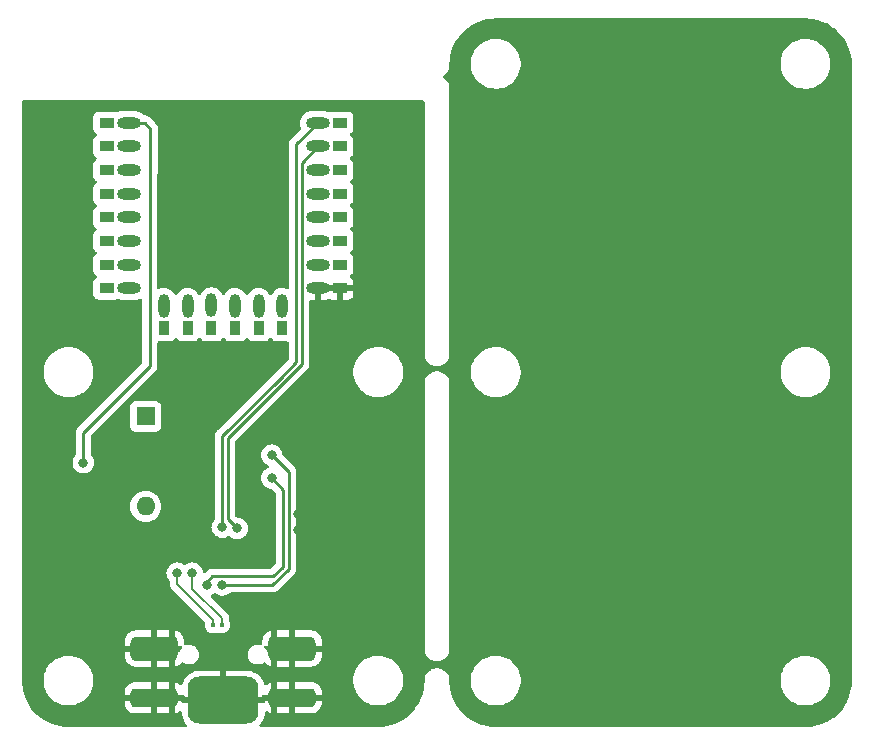
<source format=gbr>
%TF.GenerationSoftware,KiCad,Pcbnew,6.0.11+dfsg-1~bpo11+1*%
%TF.CreationDate,2023-06-28T15:38:28-04:00*%
%TF.ProjectId,ESP12,45535031-322e-46b6-9963-61645f706362,rev?*%
%TF.SameCoordinates,Original*%
%TF.FileFunction,Copper,L2,Bot*%
%TF.FilePolarity,Positive*%
%FSLAX46Y46*%
G04 Gerber Fmt 4.6, Leading zero omitted, Abs format (unit mm)*
G04 Created by KiCad (PCBNEW 6.0.11+dfsg-1~bpo11+1) date 2023-06-28 15:38:28*
%MOMM*%
%LPD*%
G01*
G04 APERTURE LIST*
G04 Aperture macros list*
%AMRoundRect*
0 Rectangle with rounded corners*
0 $1 Rounding radius*
0 $2 $3 $4 $5 $6 $7 $8 $9 X,Y pos of 4 corners*
0 Add a 4 corners polygon primitive as box body*
4,1,4,$2,$3,$4,$5,$6,$7,$8,$9,$2,$3,0*
0 Add four circle primitives for the rounded corners*
1,1,$1+$1,$2,$3*
1,1,$1+$1,$4,$5*
1,1,$1+$1,$6,$7*
1,1,$1+$1,$8,$9*
0 Add four rect primitives between the rounded corners*
20,1,$1+$1,$2,$3,$4,$5,0*
20,1,$1+$1,$4,$5,$6,$7,0*
20,1,$1+$1,$6,$7,$8,$9,0*
20,1,$1+$1,$8,$9,$2,$3,0*%
G04 Aperture macros list end*
%TA.AperFunction,ComponentPad*%
%ADD10R,1.300000X0.900000*%
%TD*%
%TA.AperFunction,ComponentPad*%
%ADD11O,2.000000X0.950000*%
%TD*%
%TA.AperFunction,ComponentPad*%
%ADD12O,0.950000X2.000000*%
%TD*%
%TA.AperFunction,ComponentPad*%
%ADD13R,0.900000X1.300000*%
%TD*%
%TA.AperFunction,SMDPad,CuDef*%
%ADD14RoundRect,0.525000X-1.475000X-0.525000X1.475000X-0.525000X1.475000X0.525000X-1.475000X0.525000X0*%
%TD*%
%TA.AperFunction,ComponentPad*%
%ADD15O,1.000000X2.100000*%
%TD*%
%TA.AperFunction,SMDPad,CuDef*%
%ADD16RoundRect,0.400000X-1.600000X-0.400000X1.600000X-0.400000X1.600000X0.400000X-1.600000X0.400000X0*%
%TD*%
%TA.AperFunction,ComponentPad*%
%ADD17O,1.000000X1.600000*%
%TD*%
%TA.AperFunction,ComponentPad*%
%ADD18RoundRect,1.000000X2.000000X1.000000X-2.000000X1.000000X-2.000000X-1.000000X2.000000X-1.000000X0*%
%TD*%
%TA.AperFunction,ComponentPad*%
%ADD19R,1.600000X1.600000*%
%TD*%
%TA.AperFunction,ComponentPad*%
%ADD20O,1.600000X1.600000*%
%TD*%
%TA.AperFunction,ViaPad*%
%ADD21C,0.800000*%
%TD*%
%TA.AperFunction,ViaPad*%
%ADD22C,0.400000*%
%TD*%
%TA.AperFunction,Conductor*%
%ADD23C,0.250000*%
%TD*%
%TA.AperFunction,Conductor*%
%ADD24C,0.200000*%
%TD*%
G04 APERTURE END LIST*
D10*
%TO.P,Um1,1,~{RST}_(EXT_RSTB)*%
%TO.N,RST*%
X140150000Y-72923046D03*
D11*
X142000000Y-72923046D03*
%TO.P,Um1,2,ADC_(TOUT)*%
%TO.N,unconnected-(Um1-Pad2)*%
X142000000Y-74923046D03*
D10*
X140150000Y-74923046D03*
D11*
%TO.P,Um1,3,EN_(CHIP_PU)*%
%TO.N,EN*%
X142000000Y-76923046D03*
D10*
X140150000Y-76923046D03*
%TO.P,Um1,4,(XPD_DCDC)_GPIO16*%
%TO.N,io16*%
X140150000Y-78923046D03*
D11*
X142000000Y-78923046D03*
D10*
%TO.P,Um1,5,(MTMS)_GPIO14*%
%TO.N,io14*%
X140150000Y-80923046D03*
D11*
X142000000Y-80923046D03*
%TO.P,Um1,6,(MTDI)_GPIO12*%
%TO.N,io12*%
X142000000Y-82923046D03*
D10*
X140150000Y-82923046D03*
%TO.P,Um1,7,(MTCK)_GPIO13*%
%TO.N,io13*%
X140150000Y-84923046D03*
D11*
X142000000Y-84923046D03*
D10*
%TO.P,Um1,8,Vcc*%
%TO.N,Vsw*%
X140150000Y-86923046D03*
D11*
X142000000Y-86923046D03*
%TO.P,Um1,9,GND*%
%TO.N,GND*%
X158000000Y-86923046D03*
D10*
X159850000Y-86923046D03*
D11*
%TO.P,Um1,10,(MTDO)_GPIO15*%
%TO.N,unconnected-(Um1-Pad10)*%
X158000000Y-84923046D03*
D10*
X159850000Y-84923046D03*
D11*
%TO.P,Um1,11,GPIO2*%
%TO.N,io2*%
X158000000Y-82923046D03*
D10*
X159850000Y-82923046D03*
%TO.P,Um1,12,GPIO0*%
%TO.N,io0*%
X159850000Y-80923046D03*
D11*
X158000000Y-80923046D03*
D10*
%TO.P,Um1,13,GPIO4*%
%TO.N,io4*%
X159850000Y-78923046D03*
D11*
X158000000Y-78923046D03*
%TO.P,Um1,14,GPIO5*%
%TO.N,unconnected-(Um1-Pad14)*%
X158000000Y-76923046D03*
D10*
X159850000Y-76923046D03*
%TO.P,Um1,15,(U0RXD)_GPIO3*%
%TO.N,RxD*%
X159850000Y-74923046D03*
D11*
X158000000Y-74923046D03*
%TO.P,Um1,16,(U0TXD)_GPIO1*%
%TO.N,TxD*%
X158000000Y-72923046D03*
D10*
X159850000Y-72923046D03*
D12*
%TO.P,Um1,17,?_(SDIO_CMD)_GPIO11*%
%TO.N,unconnected-(Um1-Pad17)*%
X145000000Y-88408046D03*
D13*
X145000000Y-90258046D03*
%TO.P,Um1,18,?_(SDIO_DATA_0)_GPIO7*%
%TO.N,unconnected-(Um1-Pad18)*%
X147000000Y-90258046D03*
D12*
X147000000Y-88408046D03*
D13*
%TO.P,Um1,19,(SDIO_DATA_2)_GPIO9*%
%TO.N,unconnected-(Um1-Pad19)*%
X149000000Y-90258046D03*
D12*
X149000000Y-88358046D03*
D13*
%TO.P,Um1,20,(SDIO_DATA_3)_GPIO10*%
%TO.N,unconnected-(Um1-Pad20)*%
X151000000Y-90258046D03*
D12*
X151000000Y-88408046D03*
%TO.P,Um1,21,?_(SDIO_DATA_1)_GPIO8*%
%TO.N,unconnected-(Um1-Pad21)*%
X153000000Y-88408046D03*
D13*
X153000000Y-90258046D03*
%TO.P,Um1,22,?_(SDIO_CLK)_GPIO6*%
%TO.N,unconnected-(Um1-Pad22)*%
X155000000Y-90258046D03*
D12*
X155000000Y-88408046D03*
%TD*%
D14*
%TO.P,J1,S1,SHIELD*%
%TO.N,GND*%
X144153035Y-117429250D03*
D15*
X154320000Y-117417455D03*
D16*
X144153035Y-121597455D03*
D17*
X154320000Y-121597455D03*
X145680000Y-121597455D03*
D15*
X145680000Y-117417455D03*
D16*
X155846965Y-121597455D03*
D18*
X150000000Y-121817455D03*
D14*
X155846965Y-117429250D03*
%TD*%
D19*
%TO.P,SW2,1*%
%TO.N,Vsw*%
X143433000Y-97780491D03*
D20*
%TO.P,SW2,2*%
%TO.N,+3.3V*%
X143433000Y-105400491D03*
%TD*%
D21*
%TO.N,GND*%
X146557590Y-105773720D03*
X142680000Y-117637455D03*
X137510000Y-110967455D03*
X156300000Y-106015601D03*
X161110836Y-97866252D03*
X156300000Y-107402273D03*
X157320000Y-117637455D03*
X136450000Y-101590491D03*
%TO.N,RxD*%
X151163498Y-107247455D03*
%TO.N,TxD*%
X149910000Y-107147455D03*
%TO.N,RST*%
X138150000Y-101690000D03*
%TO.N,DTR*%
X148640000Y-112047455D03*
X154100000Y-102997589D03*
%TO.N,RTS*%
X154100000Y-101050536D03*
X149910000Y-112047455D03*
D22*
%TO.N,UD+*%
X149850000Y-115441595D03*
D21*
X147370000Y-111047455D03*
D22*
%TO.N,UD-*%
X149150000Y-115441595D03*
D21*
X146100000Y-111047455D03*
%TD*%
D23*
%TO.N,RxD*%
X150360000Y-106443957D02*
X151163498Y-107247455D01*
X156642803Y-76280243D02*
X156642803Y-93357197D01*
X156642803Y-93357197D02*
X150360000Y-99640000D01*
X158000000Y-74923046D02*
X156642803Y-76280243D01*
X150360000Y-99640000D02*
X150360000Y-106443957D01*
%TO.N,TxD*%
X154761802Y-94601802D02*
X149910000Y-99453604D01*
X149910000Y-99453604D02*
X149910000Y-107147455D01*
X156192803Y-92800809D02*
X156192803Y-93170801D01*
X156192803Y-74730243D02*
X158000000Y-72923046D01*
X156192803Y-92800809D02*
X156192803Y-74730243D01*
X156192803Y-93170801D02*
X154761802Y-94601802D01*
%TO.N,RST*%
X143776534Y-93523466D02*
X143776534Y-77052825D01*
X138150000Y-99150000D02*
X143776534Y-93523466D01*
X143776534Y-77052825D02*
X143826992Y-77002367D01*
X143335724Y-72932662D02*
X142000000Y-72932662D01*
X143826992Y-73423930D02*
X143335724Y-72932662D01*
X143826992Y-77002367D02*
X143826992Y-73423930D01*
X138150000Y-101690000D02*
X138150000Y-99150000D01*
%TO.N,DTR*%
X155080000Y-110487455D02*
X155080000Y-103977589D01*
X154245000Y-111322455D02*
X155080000Y-110487455D01*
X148640000Y-111764455D02*
X149082000Y-111322455D01*
X155080000Y-103977589D02*
X154100000Y-102997589D01*
X149082000Y-111322455D02*
X154245000Y-111322455D01*
X148640000Y-112047455D02*
X148640000Y-111764455D01*
%TO.N,RTS*%
X154100000Y-101050536D02*
X155530000Y-102480536D01*
X154156396Y-112047455D02*
X149910000Y-112047455D01*
X155530000Y-102480536D02*
X155530000Y-110673851D01*
X155530000Y-110673851D02*
X154156396Y-112047455D01*
D24*
%TO.N,UD+*%
X149850000Y-114851769D02*
X149850000Y-115491595D01*
X147370000Y-112371769D02*
X149850000Y-114851769D01*
X147370000Y-111047455D02*
X147370000Y-112371769D01*
%TO.N,UD-*%
X146100000Y-111983382D02*
X146100000Y-111047455D01*
X149150000Y-115033382D02*
X146100000Y-111983382D01*
X149150000Y-115491595D02*
X149150000Y-115033382D01*
%TD*%
%TA.AperFunction,Conductor*%
%TO.N,GND*%
G36*
X199258018Y-64079635D02*
G01*
X199272852Y-64081945D01*
X199272855Y-64081945D01*
X199281724Y-64083326D01*
X199299033Y-64081063D01*
X199301656Y-64080720D01*
X199323810Y-64079791D01*
X199423131Y-64084383D01*
X199645400Y-64094658D01*
X199656988Y-64095732D01*
X200005571Y-64144357D01*
X200017010Y-64146496D01*
X200209843Y-64191849D01*
X200359616Y-64227075D01*
X200370798Y-64230256D01*
X200537661Y-64286183D01*
X200704515Y-64342107D01*
X200715366Y-64346311D01*
X201037329Y-64488469D01*
X201047743Y-64493654D01*
X201074673Y-64508653D01*
X201355231Y-64664921D01*
X201365126Y-64671048D01*
X201655486Y-64869947D01*
X201664773Y-64876960D01*
X201935547Y-65101805D01*
X201944148Y-65109646D01*
X202193018Y-65358513D01*
X202200857Y-65367111D01*
X202340714Y-65535532D01*
X202425706Y-65637882D01*
X202432720Y-65647170D01*
X202631623Y-65937527D01*
X202637750Y-65947422D01*
X202809015Y-66254894D01*
X202814201Y-66265307D01*
X202911680Y-66486071D01*
X202956370Y-66587281D01*
X202960573Y-66598130D01*
X203005229Y-66731360D01*
X203072425Y-66931841D01*
X203075610Y-66943035D01*
X203078750Y-66956383D01*
X203156195Y-67285639D01*
X203156196Y-67285645D01*
X203158333Y-67297079D01*
X203198150Y-67582490D01*
X203206962Y-67645656D01*
X203208036Y-67657244D01*
X203222552Y-67971107D01*
X203221187Y-67996311D01*
X203219310Y-68008367D01*
X203222321Y-68031389D01*
X203223437Y-68039924D01*
X203224501Y-68056263D01*
X203224500Y-120090092D01*
X203223000Y-120109476D01*
X203220789Y-120123680D01*
X203219309Y-120133183D01*
X203220473Y-120142084D01*
X203220473Y-120142089D01*
X203221915Y-120153112D01*
X203222845Y-120175268D01*
X203207980Y-120496855D01*
X203206906Y-120508442D01*
X203198098Y-120571589D01*
X203158284Y-120857023D01*
X203156145Y-120868463D01*
X203094294Y-121131445D01*
X203075569Y-121211060D01*
X203072386Y-121222245D01*
X203012363Y-121401334D01*
X202960540Y-121555954D01*
X202956337Y-121566803D01*
X202885255Y-121727792D01*
X202814173Y-121888777D01*
X202808985Y-121899195D01*
X202782244Y-121947205D01*
X202714875Y-122068156D01*
X202637729Y-122206659D01*
X202631603Y-122216553D01*
X202610192Y-122247809D01*
X202432700Y-122506914D01*
X202425689Y-122516199D01*
X202425678Y-122516212D01*
X202200842Y-122786969D01*
X202193001Y-122795570D01*
X201944136Y-123044432D01*
X201935535Y-123052273D01*
X201664759Y-123277119D01*
X201655471Y-123284132D01*
X201365120Y-123483023D01*
X201355228Y-123489148D01*
X201074605Y-123645450D01*
X201047753Y-123660406D01*
X201037340Y-123665591D01*
X200715364Y-123807753D01*
X200704511Y-123811957D01*
X200370810Y-123923796D01*
X200359616Y-123926981D01*
X200017006Y-124007556D01*
X200005565Y-124009694D01*
X199799442Y-124038443D01*
X199656992Y-124058311D01*
X199645418Y-124059383D01*
X199330954Y-124073916D01*
X199305751Y-124072548D01*
X199294288Y-124070763D01*
X199285385Y-124071927D01*
X199285384Y-124071927D01*
X199262713Y-124074891D01*
X199246379Y-124075954D01*
X173121367Y-124075954D01*
X173101982Y-124074454D01*
X173087148Y-124072144D01*
X173087145Y-124072144D01*
X173078276Y-124070763D01*
X173064624Y-124072548D01*
X173058344Y-124073369D01*
X173036190Y-124074298D01*
X173016095Y-124073369D01*
X172936869Y-124069706D01*
X172714600Y-124059431D01*
X172703012Y-124058357D01*
X172354430Y-124009732D01*
X172342991Y-124007593D01*
X172045825Y-123937701D01*
X172000386Y-123927014D01*
X171989204Y-123923833D01*
X171822341Y-123867906D01*
X171655487Y-123811982D01*
X171644636Y-123807778D01*
X171322673Y-123665620D01*
X171312259Y-123660436D01*
X171182958Y-123588416D01*
X171004773Y-123489168D01*
X170994878Y-123483041D01*
X170704519Y-123284143D01*
X170695232Y-123277130D01*
X170692146Y-123274567D01*
X170424456Y-123052283D01*
X170415856Y-123044443D01*
X170166983Y-122795572D01*
X170159143Y-122786971D01*
X169934304Y-122516212D01*
X169927290Y-122506925D01*
X169927283Y-122506914D01*
X169728384Y-122216562D01*
X169722257Y-122206667D01*
X169642492Y-122063465D01*
X169550990Y-121899190D01*
X169545804Y-121888777D01*
X169531301Y-121855930D01*
X169403637Y-121566805D01*
X169399434Y-121555956D01*
X169287583Y-121222249D01*
X169284398Y-121211055D01*
X169203816Y-120868455D01*
X169201678Y-120857015D01*
X169153047Y-120508423D01*
X169151973Y-120496834D01*
X169149156Y-120435903D01*
X169141584Y-120272158D01*
X170962743Y-120272158D01*
X170963302Y-120276402D01*
X170963302Y-120276406D01*
X170967790Y-120310497D01*
X171000268Y-120557189D01*
X171001401Y-120561329D01*
X171001401Y-120561331D01*
X171004207Y-120571589D01*
X171076129Y-120834491D01*
X171077813Y-120838439D01*
X171167648Y-121049052D01*
X171188923Y-121098931D01*
X171259424Y-121216730D01*
X171334268Y-121341784D01*
X171336561Y-121345616D01*
X171516313Y-121569983D01*
X171724851Y-121767878D01*
X171958317Y-121935641D01*
X171962112Y-121937650D01*
X171962113Y-121937651D01*
X171983869Y-121949170D01*
X172212392Y-122070167D01*
X172482373Y-122168966D01*
X172763264Y-122230210D01*
X172791841Y-122232459D01*
X172986282Y-122247762D01*
X172986291Y-122247762D01*
X172988739Y-122247955D01*
X173144271Y-122247955D01*
X173146407Y-122247809D01*
X173146418Y-122247809D01*
X173354548Y-122233620D01*
X173354554Y-122233619D01*
X173358825Y-122233328D01*
X173363020Y-122232459D01*
X173363022Y-122232459D01*
X173499584Y-122204178D01*
X173640342Y-122175029D01*
X173911343Y-122079062D01*
X174166812Y-121947205D01*
X174170313Y-121944744D01*
X174170317Y-121944742D01*
X174300673Y-121853126D01*
X174402023Y-121781896D01*
X174612622Y-121586195D01*
X174794713Y-121363723D01*
X174944927Y-121118597D01*
X175060483Y-120855353D01*
X175139244Y-120578861D01*
X175172087Y-120348090D01*
X175179146Y-120298491D01*
X175179146Y-120298489D01*
X175179751Y-120294239D01*
X175179776Y-120289648D01*
X175179868Y-120272158D01*
X197178743Y-120272158D01*
X197179302Y-120276402D01*
X197179302Y-120276406D01*
X197183790Y-120310497D01*
X197216268Y-120557189D01*
X197217401Y-120561329D01*
X197217401Y-120561331D01*
X197220207Y-120571589D01*
X197292129Y-120834491D01*
X197293813Y-120838439D01*
X197383648Y-121049052D01*
X197404923Y-121098931D01*
X197475424Y-121216730D01*
X197550268Y-121341784D01*
X197552561Y-121345616D01*
X197732313Y-121569983D01*
X197940851Y-121767878D01*
X198174317Y-121935641D01*
X198178112Y-121937650D01*
X198178113Y-121937651D01*
X198199869Y-121949170D01*
X198428392Y-122070167D01*
X198698373Y-122168966D01*
X198979264Y-122230210D01*
X199007841Y-122232459D01*
X199202282Y-122247762D01*
X199202291Y-122247762D01*
X199204739Y-122247955D01*
X199360271Y-122247955D01*
X199362407Y-122247809D01*
X199362418Y-122247809D01*
X199570548Y-122233620D01*
X199570554Y-122233619D01*
X199574825Y-122233328D01*
X199579020Y-122232459D01*
X199579022Y-122232459D01*
X199715584Y-122204178D01*
X199856342Y-122175029D01*
X200127343Y-122079062D01*
X200382812Y-121947205D01*
X200386313Y-121944744D01*
X200386317Y-121944742D01*
X200516673Y-121853126D01*
X200618023Y-121781896D01*
X200828622Y-121586195D01*
X201010713Y-121363723D01*
X201160927Y-121118597D01*
X201276483Y-120855353D01*
X201355244Y-120578861D01*
X201388087Y-120348090D01*
X201395146Y-120298491D01*
X201395146Y-120298489D01*
X201395751Y-120294239D01*
X201395776Y-120289648D01*
X201397235Y-120011038D01*
X201397235Y-120011031D01*
X201397257Y-120006752D01*
X201390091Y-119952316D01*
X201380190Y-119877115D01*
X201359732Y-119721721D01*
X201283871Y-119444419D01*
X201226304Y-119309455D01*
X201172763Y-119183931D01*
X201172761Y-119183927D01*
X201171077Y-119179979D01*
X201055683Y-118987170D01*
X201025643Y-118936976D01*
X201025640Y-118936972D01*
X201023439Y-118933294D01*
X200843687Y-118708927D01*
X200681073Y-118554612D01*
X200638258Y-118513982D01*
X200638255Y-118513980D01*
X200635149Y-118511032D01*
X200401683Y-118343269D01*
X200379843Y-118331705D01*
X200356654Y-118319427D01*
X200147608Y-118208743D01*
X199877627Y-118109944D01*
X199596736Y-118048700D01*
X199565685Y-118046256D01*
X199373718Y-118031148D01*
X199373709Y-118031148D01*
X199371261Y-118030955D01*
X199215729Y-118030955D01*
X199213593Y-118031101D01*
X199213582Y-118031101D01*
X199005452Y-118045290D01*
X199005446Y-118045291D01*
X199001175Y-118045582D01*
X198996980Y-118046451D01*
X198996978Y-118046451D01*
X198860622Y-118074689D01*
X198719658Y-118103881D01*
X198448657Y-118199848D01*
X198444848Y-118201814D01*
X198246930Y-118303967D01*
X198193188Y-118331705D01*
X198189687Y-118334166D01*
X198189683Y-118334168D01*
X198179867Y-118341067D01*
X197957977Y-118497014D01*
X197942892Y-118511032D01*
X197774527Y-118667487D01*
X197747378Y-118692715D01*
X197565287Y-118915187D01*
X197415073Y-119160313D01*
X197413347Y-119164246D01*
X197413346Y-119164247D01*
X197354419Y-119298487D01*
X197299517Y-119423557D01*
X197220756Y-119700049D01*
X197190485Y-119912751D01*
X197187062Y-119936803D01*
X197180249Y-119984671D01*
X197180227Y-119988960D01*
X197180226Y-119988967D01*
X197178765Y-120267872D01*
X197178743Y-120272158D01*
X175179868Y-120272158D01*
X175181235Y-120011038D01*
X175181235Y-120011031D01*
X175181257Y-120006752D01*
X175174091Y-119952316D01*
X175164190Y-119877115D01*
X175143732Y-119721721D01*
X175067871Y-119444419D01*
X175010304Y-119309455D01*
X174956763Y-119183931D01*
X174956761Y-119183927D01*
X174955077Y-119179979D01*
X174839683Y-118987170D01*
X174809643Y-118936976D01*
X174809640Y-118936972D01*
X174807439Y-118933294D01*
X174627687Y-118708927D01*
X174465073Y-118554612D01*
X174422258Y-118513982D01*
X174422255Y-118513980D01*
X174419149Y-118511032D01*
X174185683Y-118343269D01*
X174163843Y-118331705D01*
X174140654Y-118319427D01*
X173931608Y-118208743D01*
X173661627Y-118109944D01*
X173380736Y-118048700D01*
X173349685Y-118046256D01*
X173157718Y-118031148D01*
X173157709Y-118031148D01*
X173155261Y-118030955D01*
X172999729Y-118030955D01*
X172997593Y-118031101D01*
X172997582Y-118031101D01*
X172789452Y-118045290D01*
X172789446Y-118045291D01*
X172785175Y-118045582D01*
X172780980Y-118046451D01*
X172780978Y-118046451D01*
X172644622Y-118074689D01*
X172503658Y-118103881D01*
X172232657Y-118199848D01*
X172228848Y-118201814D01*
X172030930Y-118303967D01*
X171977188Y-118331705D01*
X171973687Y-118334166D01*
X171973683Y-118334168D01*
X171963867Y-118341067D01*
X171741977Y-118497014D01*
X171726892Y-118511032D01*
X171558527Y-118667487D01*
X171531378Y-118692715D01*
X171349287Y-118915187D01*
X171199073Y-119160313D01*
X171197347Y-119164246D01*
X171197346Y-119164247D01*
X171138419Y-119298487D01*
X171083517Y-119423557D01*
X171004756Y-119700049D01*
X170974485Y-119912751D01*
X170971062Y-119936803D01*
X170964249Y-119984671D01*
X170964227Y-119988960D01*
X170964226Y-119988967D01*
X170962765Y-120267872D01*
X170962743Y-120272158D01*
X169141584Y-120272158D01*
X169137630Y-120186664D01*
X169139241Y-120159942D01*
X169139767Y-120156815D01*
X169140576Y-120152006D01*
X169140649Y-120145992D01*
X169140691Y-120145724D01*
X169140656Y-120145455D01*
X169140729Y-120139454D01*
X169139048Y-120127720D01*
X169138317Y-120121506D01*
X169122640Y-119952326D01*
X169122638Y-119952314D01*
X169122101Y-119946521D01*
X169117006Y-119928612D01*
X169070669Y-119765758D01*
X169069076Y-119760158D01*
X168982710Y-119586711D01*
X168865944Y-119432088D01*
X168722754Y-119301553D01*
X168717806Y-119298490D01*
X168717803Y-119298487D01*
X168631249Y-119244895D01*
X168558016Y-119199551D01*
X168447291Y-119156656D01*
X168382767Y-119131659D01*
X168382763Y-119131658D01*
X168377340Y-119129557D01*
X168186880Y-119093954D01*
X167993120Y-119093954D01*
X167802660Y-119129557D01*
X167797237Y-119131658D01*
X167797233Y-119131659D01*
X167732709Y-119156656D01*
X167621984Y-119199551D01*
X167548751Y-119244895D01*
X167462197Y-119298487D01*
X167462194Y-119298490D01*
X167457246Y-119301553D01*
X167314056Y-119432088D01*
X167197290Y-119586711D01*
X167110924Y-119760158D01*
X167109331Y-119765758D01*
X167062995Y-119928612D01*
X167057899Y-119946521D01*
X167043879Y-120097829D01*
X167042865Y-120108768D01*
X167041901Y-120116531D01*
X167039309Y-120133178D01*
X167039309Y-120133183D01*
X167040066Y-120138968D01*
X167040021Y-120139454D01*
X167040129Y-120139454D01*
X167041676Y-120151283D01*
X167041915Y-120153112D01*
X167042845Y-120175269D01*
X167027980Y-120496859D01*
X167026906Y-120508444D01*
X167021430Y-120547710D01*
X166978284Y-120857032D01*
X166976146Y-120868469D01*
X166895573Y-121211060D01*
X166895572Y-121211063D01*
X166892387Y-121222257D01*
X166780535Y-121555985D01*
X166776331Y-121566837D01*
X166634184Y-121888777D01*
X166634178Y-121888790D01*
X166628993Y-121899203D01*
X166544193Y-122051453D01*
X166457730Y-122206686D01*
X166451603Y-122216582D01*
X166430212Y-122247809D01*
X166257566Y-122499845D01*
X166252702Y-122506945D01*
X166245689Y-122516232D01*
X166020843Y-122787007D01*
X166013002Y-122795608D01*
X165764137Y-123044476D01*
X165755536Y-123052317D01*
X165484767Y-123277163D01*
X165475479Y-123284177D01*
X165185116Y-123483081D01*
X165175222Y-123489207D01*
X164867739Y-123660476D01*
X164857340Y-123665654D01*
X164535355Y-123807825D01*
X164524523Y-123812021D01*
X164190938Y-123923829D01*
X164190804Y-123923874D01*
X164179614Y-123927058D01*
X164134363Y-123937701D01*
X163837011Y-124007638D01*
X163825570Y-124009777D01*
X163477311Y-124058357D01*
X163476988Y-124058402D01*
X163465399Y-124059476D01*
X163151441Y-124073991D01*
X163126241Y-124072625D01*
X163123155Y-124072145D01*
X163123152Y-124072145D01*
X163114276Y-124070763D01*
X163105374Y-124071927D01*
X163105372Y-124071927D01*
X163094347Y-124073369D01*
X163082714Y-124074890D01*
X163066379Y-124075954D01*
X153181868Y-124075954D01*
X153113747Y-124055952D01*
X153067254Y-124002296D01*
X153057150Y-123932022D01*
X153085914Y-123868291D01*
X153223780Y-123706298D01*
X153229688Y-123698107D01*
X153350148Y-123499204D01*
X153354668Y-123490178D01*
X153441781Y-123274567D01*
X153444797Y-123264943D01*
X153496378Y-123037903D01*
X153497780Y-123028471D01*
X153507839Y-122888145D01*
X153507868Y-122887340D01*
X154574000Y-122887340D01*
X154578475Y-122902579D01*
X154579865Y-122903784D01*
X154587548Y-122905455D01*
X155574850Y-122905455D01*
X155590089Y-122900980D01*
X155591294Y-122899590D01*
X155592965Y-122891907D01*
X155592965Y-122887340D01*
X156100965Y-122887340D01*
X156105440Y-122902579D01*
X156106830Y-122903784D01*
X156114513Y-122905455D01*
X157508050Y-122905455D01*
X157512975Y-122905262D01*
X157584034Y-122899669D01*
X157595368Y-122897722D01*
X157767782Y-122851524D01*
X157780035Y-122846820D01*
X157938340Y-122766160D01*
X157949355Y-122759007D01*
X158087424Y-122647200D01*
X158096710Y-122637914D01*
X158208517Y-122499845D01*
X158215670Y-122488830D01*
X158296330Y-122330525D01*
X158301034Y-122318272D01*
X158347232Y-122145858D01*
X158349179Y-122134524D01*
X158354772Y-122063465D01*
X158354965Y-122058540D01*
X158354965Y-121869570D01*
X158350490Y-121854331D01*
X158349100Y-121853126D01*
X158341417Y-121851455D01*
X156119080Y-121851455D01*
X156103841Y-121855930D01*
X156102636Y-121857320D01*
X156100965Y-121865003D01*
X156100965Y-122887340D01*
X155592965Y-122887340D01*
X155592965Y-121869570D01*
X155588490Y-121854331D01*
X155587100Y-121853126D01*
X155579417Y-121851455D01*
X154592115Y-121851455D01*
X154576876Y-121855930D01*
X154575671Y-121857320D01*
X154574000Y-121865003D01*
X154574000Y-122887340D01*
X153507868Y-122887340D01*
X153508000Y-122883632D01*
X153508000Y-122831595D01*
X153528002Y-122763474D01*
X153581658Y-122716981D01*
X153651932Y-122706877D01*
X153713295Y-122733675D01*
X153744581Y-122759010D01*
X153755590Y-122766160D01*
X153913895Y-122846820D01*
X153926148Y-122851524D01*
X154048503Y-122884309D01*
X154062599Y-122883973D01*
X154066000Y-122876031D01*
X154066000Y-121869570D01*
X154061525Y-121854331D01*
X154060135Y-121853126D01*
X154052452Y-121851455D01*
X153566115Y-121851455D01*
X153550876Y-121855930D01*
X153549671Y-121857320D01*
X153548000Y-121865003D01*
X153548000Y-121945455D01*
X153527998Y-122013576D01*
X153474342Y-122060069D01*
X153422000Y-122071455D01*
X146578000Y-122071455D01*
X146509879Y-122051453D01*
X146463386Y-121997797D01*
X146452000Y-121945455D01*
X146452000Y-121869570D01*
X146447525Y-121854331D01*
X146446135Y-121853126D01*
X146438452Y-121851455D01*
X145952115Y-121851455D01*
X145936876Y-121855930D01*
X145935671Y-121857320D01*
X145934000Y-121865003D01*
X145934000Y-122870882D01*
X145937973Y-122884413D01*
X145946522Y-122885642D01*
X146073852Y-122851524D01*
X146086105Y-122846820D01*
X146244410Y-122766160D01*
X146255419Y-122759010D01*
X146286705Y-122733675D01*
X146352232Y-122706349D01*
X146422130Y-122718788D01*
X146474208Y-122767042D01*
X146492000Y-122831595D01*
X146492000Y-122883632D01*
X146492161Y-122888145D01*
X146502220Y-123028471D01*
X146503622Y-123037903D01*
X146555203Y-123264943D01*
X146558219Y-123274567D01*
X146645332Y-123490178D01*
X146649852Y-123499204D01*
X146770312Y-123698107D01*
X146776220Y-123706298D01*
X146914086Y-123868291D01*
X146943004Y-123933131D01*
X146932276Y-124003313D01*
X146885308Y-124056553D01*
X146818132Y-124075954D01*
X136941367Y-124075954D01*
X136921982Y-124074454D01*
X136907148Y-124072144D01*
X136907145Y-124072144D01*
X136898276Y-124070763D01*
X136884624Y-124072548D01*
X136878344Y-124073369D01*
X136856190Y-124074298D01*
X136534604Y-124059431D01*
X136523016Y-124058357D01*
X136174439Y-124009732D01*
X136162999Y-124007593D01*
X135865840Y-123937701D01*
X135820399Y-123927013D01*
X135809208Y-123923829D01*
X135809110Y-123923796D01*
X135475494Y-123811979D01*
X135464662Y-123807783D01*
X135142681Y-123665613D01*
X135132278Y-123660433D01*
X134824790Y-123489162D01*
X134814906Y-123483041D01*
X134524549Y-123284140D01*
X134515263Y-123277128D01*
X134500590Y-123264943D01*
X134244495Y-123052283D01*
X134235894Y-123044442D01*
X133987032Y-122795577D01*
X133979192Y-122786976D01*
X133754348Y-122516204D01*
X133747334Y-122506917D01*
X133548436Y-122216558D01*
X133542309Y-122206662D01*
X133425974Y-121997797D01*
X133371048Y-121899183D01*
X133365872Y-121888790D01*
X133223700Y-121566794D01*
X133219504Y-121555959D01*
X133107659Y-121222252D01*
X133104474Y-121211058D01*
X133054941Y-121000448D01*
X133023898Y-120868455D01*
X133021761Y-120857023D01*
X133000707Y-120706080D01*
X132973140Y-120508440D01*
X132972066Y-120496857D01*
X132970822Y-120469932D01*
X132963395Y-120309268D01*
X132961680Y-120272158D01*
X134782743Y-120272158D01*
X134783302Y-120276402D01*
X134783302Y-120276406D01*
X134787790Y-120310497D01*
X134820268Y-120557189D01*
X134821401Y-120561329D01*
X134821401Y-120561331D01*
X134824207Y-120571589D01*
X134896129Y-120834491D01*
X134897813Y-120838439D01*
X134987648Y-121049052D01*
X135008923Y-121098931D01*
X135079424Y-121216730D01*
X135154268Y-121341784D01*
X135156561Y-121345616D01*
X135336313Y-121569983D01*
X135544851Y-121767878D01*
X135778317Y-121935641D01*
X135782112Y-121937650D01*
X135782113Y-121937651D01*
X135803869Y-121949170D01*
X136032392Y-122070167D01*
X136302373Y-122168966D01*
X136583264Y-122230210D01*
X136611841Y-122232459D01*
X136806282Y-122247762D01*
X136806291Y-122247762D01*
X136808739Y-122247955D01*
X136964271Y-122247955D01*
X136966407Y-122247809D01*
X136966418Y-122247809D01*
X137174548Y-122233620D01*
X137174554Y-122233619D01*
X137178825Y-122233328D01*
X137183020Y-122232459D01*
X137183022Y-122232459D01*
X137319584Y-122204178D01*
X137460342Y-122175029D01*
X137731343Y-122079062D01*
X137771104Y-122058540D01*
X141645035Y-122058540D01*
X141645228Y-122063465D01*
X141650821Y-122134524D01*
X141652768Y-122145858D01*
X141698966Y-122318272D01*
X141703670Y-122330525D01*
X141784330Y-122488830D01*
X141791483Y-122499845D01*
X141903290Y-122637914D01*
X141912576Y-122647200D01*
X142050645Y-122759007D01*
X142061660Y-122766160D01*
X142219965Y-122846820D01*
X142232218Y-122851524D01*
X142404632Y-122897722D01*
X142415966Y-122899669D01*
X142487025Y-122905262D01*
X142491950Y-122905455D01*
X143880920Y-122905455D01*
X143896159Y-122900980D01*
X143897364Y-122899590D01*
X143899035Y-122891907D01*
X143899035Y-122887340D01*
X144407035Y-122887340D01*
X144411510Y-122902579D01*
X144412900Y-122903784D01*
X144420583Y-122905455D01*
X145407885Y-122905455D01*
X145423124Y-122900980D01*
X145424329Y-122899590D01*
X145426000Y-122891907D01*
X145426000Y-121869570D01*
X145421525Y-121854331D01*
X145420135Y-121853126D01*
X145412452Y-121851455D01*
X144425150Y-121851455D01*
X144409911Y-121855930D01*
X144408706Y-121857320D01*
X144407035Y-121865003D01*
X144407035Y-122887340D01*
X143899035Y-122887340D01*
X143899035Y-121869570D01*
X143894560Y-121854331D01*
X143893170Y-121853126D01*
X143885487Y-121851455D01*
X141663150Y-121851455D01*
X141647911Y-121855930D01*
X141646706Y-121857320D01*
X141645035Y-121865003D01*
X141645035Y-122058540D01*
X137771104Y-122058540D01*
X137986812Y-121947205D01*
X137990313Y-121944744D01*
X137990317Y-121944742D01*
X138120673Y-121853126D01*
X138222023Y-121781896D01*
X138432622Y-121586195D01*
X138614713Y-121363723D01*
X138638234Y-121325340D01*
X141645035Y-121325340D01*
X141649510Y-121340579D01*
X141650900Y-121341784D01*
X141658583Y-121343455D01*
X143880920Y-121343455D01*
X143896159Y-121338980D01*
X143897364Y-121337590D01*
X143899035Y-121329907D01*
X143899035Y-121325340D01*
X144407035Y-121325340D01*
X144411510Y-121340579D01*
X144412900Y-121341784D01*
X144420583Y-121343455D01*
X145407885Y-121343455D01*
X145423124Y-121338980D01*
X145424329Y-121337590D01*
X145426000Y-121329907D01*
X145426000Y-121325340D01*
X145934000Y-121325340D01*
X145938475Y-121340579D01*
X145939865Y-121341784D01*
X145947548Y-121343455D01*
X146602000Y-121343455D01*
X146670121Y-121363457D01*
X146716614Y-121417113D01*
X146728000Y-121469455D01*
X146728000Y-121545340D01*
X146732475Y-121560579D01*
X146733865Y-121561784D01*
X146741548Y-121563455D01*
X149727885Y-121563455D01*
X149743124Y-121558980D01*
X149744329Y-121557590D01*
X149746000Y-121549907D01*
X149746000Y-121545340D01*
X150254000Y-121545340D01*
X150258475Y-121560579D01*
X150259865Y-121561784D01*
X150267548Y-121563455D01*
X153253885Y-121563455D01*
X153269124Y-121558980D01*
X153270329Y-121557590D01*
X153272000Y-121549907D01*
X153272000Y-121469455D01*
X153292002Y-121401334D01*
X153345658Y-121354841D01*
X153398000Y-121343455D01*
X154047885Y-121343455D01*
X154063124Y-121338980D01*
X154064329Y-121337590D01*
X154066000Y-121329907D01*
X154066000Y-121325340D01*
X154574000Y-121325340D01*
X154578475Y-121340579D01*
X154579865Y-121341784D01*
X154587548Y-121343455D01*
X155574850Y-121343455D01*
X155590089Y-121338980D01*
X155591294Y-121337590D01*
X155592965Y-121329907D01*
X155592965Y-121325340D01*
X156100965Y-121325340D01*
X156105440Y-121340579D01*
X156106830Y-121341784D01*
X156114513Y-121343455D01*
X158336850Y-121343455D01*
X158352089Y-121338980D01*
X158353294Y-121337590D01*
X158354965Y-121329907D01*
X158354965Y-121136371D01*
X158354772Y-121131445D01*
X158349179Y-121060386D01*
X158347232Y-121049052D01*
X158301034Y-120876638D01*
X158296330Y-120864385D01*
X158215670Y-120706080D01*
X158208517Y-120695065D01*
X158096710Y-120556996D01*
X158087424Y-120547710D01*
X157949355Y-120435903D01*
X157938340Y-120428750D01*
X157780035Y-120348090D01*
X157767782Y-120343386D01*
X157595368Y-120297188D01*
X157584034Y-120295241D01*
X157512975Y-120289648D01*
X157508049Y-120289455D01*
X156119080Y-120289455D01*
X156103841Y-120293930D01*
X156102636Y-120295320D01*
X156100965Y-120303003D01*
X156100965Y-121325340D01*
X155592965Y-121325340D01*
X155592965Y-120307570D01*
X155588490Y-120292331D01*
X155587100Y-120291126D01*
X155579417Y-120289455D01*
X154592115Y-120289455D01*
X154576876Y-120293930D01*
X154575671Y-120295320D01*
X154574000Y-120303003D01*
X154574000Y-121325340D01*
X154066000Y-121325340D01*
X154066000Y-120324028D01*
X154062027Y-120310497D01*
X154053478Y-120309268D01*
X153926148Y-120343386D01*
X153913895Y-120348090D01*
X153755590Y-120428750D01*
X153744581Y-120435900D01*
X153661347Y-120503301D01*
X153595820Y-120530626D01*
X153525921Y-120518186D01*
X153473844Y-120469932D01*
X153459184Y-120433294D01*
X153444798Y-120369970D01*
X153441781Y-120360343D01*
X153406152Y-120272158D01*
X160998743Y-120272158D01*
X160999302Y-120276402D01*
X160999302Y-120276406D01*
X161003790Y-120310497D01*
X161036268Y-120557189D01*
X161037401Y-120561329D01*
X161037401Y-120561331D01*
X161040207Y-120571589D01*
X161112129Y-120834491D01*
X161113813Y-120838439D01*
X161203648Y-121049052D01*
X161224923Y-121098931D01*
X161295424Y-121216730D01*
X161370268Y-121341784D01*
X161372561Y-121345616D01*
X161552313Y-121569983D01*
X161760851Y-121767878D01*
X161994317Y-121935641D01*
X161998112Y-121937650D01*
X161998113Y-121937651D01*
X162019869Y-121949170D01*
X162248392Y-122070167D01*
X162518373Y-122168966D01*
X162799264Y-122230210D01*
X162827841Y-122232459D01*
X163022282Y-122247762D01*
X163022291Y-122247762D01*
X163024739Y-122247955D01*
X163180271Y-122247955D01*
X163182407Y-122247809D01*
X163182418Y-122247809D01*
X163390548Y-122233620D01*
X163390554Y-122233619D01*
X163394825Y-122233328D01*
X163399020Y-122232459D01*
X163399022Y-122232459D01*
X163535584Y-122204178D01*
X163676342Y-122175029D01*
X163947343Y-122079062D01*
X164202812Y-121947205D01*
X164206313Y-121944744D01*
X164206317Y-121944742D01*
X164336673Y-121853126D01*
X164438023Y-121781896D01*
X164648622Y-121586195D01*
X164830713Y-121363723D01*
X164980927Y-121118597D01*
X165096483Y-120855353D01*
X165175244Y-120578861D01*
X165208087Y-120348090D01*
X165215146Y-120298491D01*
X165215146Y-120298489D01*
X165215751Y-120294239D01*
X165215776Y-120289648D01*
X165217235Y-120011038D01*
X165217235Y-120011031D01*
X165217257Y-120006752D01*
X165210091Y-119952316D01*
X165200190Y-119877115D01*
X165179732Y-119721721D01*
X165103871Y-119444419D01*
X165046304Y-119309455D01*
X164992763Y-119183931D01*
X164992761Y-119183927D01*
X164991077Y-119179979D01*
X164875683Y-118987170D01*
X164845643Y-118936976D01*
X164845640Y-118936972D01*
X164843439Y-118933294D01*
X164663687Y-118708927D01*
X164501073Y-118554612D01*
X164458258Y-118513982D01*
X164458255Y-118513980D01*
X164455149Y-118511032D01*
X164221683Y-118343269D01*
X164199843Y-118331705D01*
X164176654Y-118319427D01*
X163967608Y-118208743D01*
X163697627Y-118109944D01*
X163416736Y-118048700D01*
X163385685Y-118046256D01*
X163193718Y-118031148D01*
X163193709Y-118031148D01*
X163191261Y-118030955D01*
X163035729Y-118030955D01*
X163033593Y-118031101D01*
X163033582Y-118031101D01*
X162825452Y-118045290D01*
X162825446Y-118045291D01*
X162821175Y-118045582D01*
X162816980Y-118046451D01*
X162816978Y-118046451D01*
X162680622Y-118074689D01*
X162539658Y-118103881D01*
X162268657Y-118199848D01*
X162264848Y-118201814D01*
X162066930Y-118303967D01*
X162013188Y-118331705D01*
X162009687Y-118334166D01*
X162009683Y-118334168D01*
X161999867Y-118341067D01*
X161777977Y-118497014D01*
X161762892Y-118511032D01*
X161594527Y-118667487D01*
X161567378Y-118692715D01*
X161385287Y-118915187D01*
X161235073Y-119160313D01*
X161233347Y-119164246D01*
X161233346Y-119164247D01*
X161174419Y-119298487D01*
X161119517Y-119423557D01*
X161040756Y-119700049D01*
X161010485Y-119912751D01*
X161007062Y-119936803D01*
X161000249Y-119984671D01*
X161000227Y-119988960D01*
X161000226Y-119988967D01*
X160998765Y-120267872D01*
X160998743Y-120272158D01*
X153406152Y-120272158D01*
X153354668Y-120144732D01*
X153350148Y-120135706D01*
X153229688Y-119936803D01*
X153223780Y-119928612D01*
X153073060Y-119751516D01*
X153065939Y-119744395D01*
X152888843Y-119593675D01*
X152880652Y-119587767D01*
X152681749Y-119467307D01*
X152672723Y-119462787D01*
X152457112Y-119375674D01*
X152447488Y-119372658D01*
X152220448Y-119321077D01*
X152211016Y-119319675D01*
X152070690Y-119309616D01*
X152066177Y-119309455D01*
X150272115Y-119309455D01*
X150256876Y-119313930D01*
X150255671Y-119315320D01*
X150254000Y-119323003D01*
X150254000Y-121545340D01*
X149746000Y-121545340D01*
X149746000Y-119327570D01*
X149741525Y-119312331D01*
X149740135Y-119311126D01*
X149732452Y-119309455D01*
X147933823Y-119309455D01*
X147929310Y-119309616D01*
X147788984Y-119319675D01*
X147779552Y-119321077D01*
X147552512Y-119372658D01*
X147542888Y-119375674D01*
X147327277Y-119462787D01*
X147318251Y-119467307D01*
X147119348Y-119587767D01*
X147111157Y-119593675D01*
X146934061Y-119744395D01*
X146926940Y-119751516D01*
X146776220Y-119928612D01*
X146770312Y-119936803D01*
X146649852Y-120135706D01*
X146645332Y-120144732D01*
X146558219Y-120360343D01*
X146555202Y-120369970D01*
X146540816Y-120433294D01*
X146506219Y-120495291D01*
X146443597Y-120528742D01*
X146372831Y-120523026D01*
X146338653Y-120503301D01*
X146255419Y-120435900D01*
X146244410Y-120428750D01*
X146086105Y-120348090D01*
X146073852Y-120343386D01*
X145951497Y-120310601D01*
X145937401Y-120310937D01*
X145934000Y-120318879D01*
X145934000Y-121325340D01*
X145426000Y-121325340D01*
X145426000Y-120307570D01*
X145421525Y-120292331D01*
X145420135Y-120291126D01*
X145412452Y-120289455D01*
X144425150Y-120289455D01*
X144409911Y-120293930D01*
X144408706Y-120295320D01*
X144407035Y-120303003D01*
X144407035Y-121325340D01*
X143899035Y-121325340D01*
X143899035Y-120307570D01*
X143894560Y-120292331D01*
X143893170Y-120291126D01*
X143885487Y-120289455D01*
X142491951Y-120289455D01*
X142487025Y-120289648D01*
X142415966Y-120295241D01*
X142404632Y-120297188D01*
X142232218Y-120343386D01*
X142219965Y-120348090D01*
X142061660Y-120428750D01*
X142050645Y-120435903D01*
X141912576Y-120547710D01*
X141903290Y-120556996D01*
X141791483Y-120695065D01*
X141784330Y-120706080D01*
X141703670Y-120864385D01*
X141698966Y-120876638D01*
X141652768Y-121049052D01*
X141650821Y-121060386D01*
X141645228Y-121131445D01*
X141645035Y-121136371D01*
X141645035Y-121325340D01*
X138638234Y-121325340D01*
X138764927Y-121118597D01*
X138880483Y-120855353D01*
X138959244Y-120578861D01*
X138992087Y-120348090D01*
X138999146Y-120298491D01*
X138999146Y-120298489D01*
X138999751Y-120294239D01*
X138999776Y-120289648D01*
X139001235Y-120011038D01*
X139001235Y-120011031D01*
X139001257Y-120006752D01*
X138994091Y-119952316D01*
X138984190Y-119877115D01*
X138963732Y-119721721D01*
X138887871Y-119444419D01*
X138830304Y-119309455D01*
X138776763Y-119183931D01*
X138776761Y-119183927D01*
X138775077Y-119179979D01*
X138659683Y-118987170D01*
X138629643Y-118936976D01*
X138629640Y-118936972D01*
X138627439Y-118933294D01*
X138447687Y-118708927D01*
X138285073Y-118554612D01*
X138242258Y-118513982D01*
X138242255Y-118513980D01*
X138239149Y-118511032D01*
X138005683Y-118343269D01*
X137983843Y-118331705D01*
X137960654Y-118319427D01*
X137751608Y-118208743D01*
X137481627Y-118109944D01*
X137212711Y-118051311D01*
X141645035Y-118051311D01*
X141645115Y-118054481D01*
X141646276Y-118063733D01*
X141684175Y-118251693D01*
X141687759Y-118263415D01*
X141760876Y-118439069D01*
X141766673Y-118449879D01*
X141872508Y-118607974D01*
X141880301Y-118617461D01*
X142014824Y-118751984D01*
X142024311Y-118759777D01*
X142182406Y-118865612D01*
X142193216Y-118871409D01*
X142368870Y-118944526D01*
X142380592Y-118948110D01*
X142568552Y-118986009D01*
X142577804Y-118987170D01*
X142580974Y-118987250D01*
X143880920Y-118987250D01*
X143896159Y-118982775D01*
X143897364Y-118981385D01*
X143899035Y-118973702D01*
X143899035Y-118969135D01*
X144407035Y-118969135D01*
X144411510Y-118984374D01*
X144412900Y-118985579D01*
X144420583Y-118987250D01*
X145407885Y-118987250D01*
X145423124Y-118982775D01*
X145424329Y-118981385D01*
X145426000Y-118973702D01*
X145426000Y-118969135D01*
X154574000Y-118969135D01*
X154578475Y-118984374D01*
X154579865Y-118985579D01*
X154587548Y-118987250D01*
X155574850Y-118987250D01*
X155590089Y-118982775D01*
X155591294Y-118981385D01*
X155592965Y-118973702D01*
X155592965Y-118969135D01*
X156100965Y-118969135D01*
X156105440Y-118984374D01*
X156106830Y-118985579D01*
X156114513Y-118987250D01*
X157419026Y-118987250D01*
X157422196Y-118987170D01*
X157431448Y-118986009D01*
X157619408Y-118948110D01*
X157631130Y-118944526D01*
X157806784Y-118871409D01*
X157817594Y-118865612D01*
X157975689Y-118759777D01*
X157985176Y-118751984D01*
X158119699Y-118617461D01*
X158127492Y-118607974D01*
X158233327Y-118449879D01*
X158239124Y-118439069D01*
X158312241Y-118263415D01*
X158315825Y-118251693D01*
X158353724Y-118063733D01*
X158354885Y-118054481D01*
X158354965Y-118051311D01*
X158354965Y-117701365D01*
X158350490Y-117686126D01*
X158349100Y-117684921D01*
X158341417Y-117683250D01*
X156119080Y-117683250D01*
X156103841Y-117687725D01*
X156102636Y-117689115D01*
X156100965Y-117696798D01*
X156100965Y-118969135D01*
X155592965Y-118969135D01*
X155592965Y-117701365D01*
X155588490Y-117686126D01*
X155587100Y-117684921D01*
X155579417Y-117683250D01*
X154592115Y-117683250D01*
X154576876Y-117687725D01*
X154575671Y-117689115D01*
X154574000Y-117696798D01*
X154574000Y-118969135D01*
X145426000Y-118969135D01*
X145426000Y-118927743D01*
X145934000Y-118927743D01*
X145937973Y-118941274D01*
X145943206Y-118942026D01*
X145947094Y-118940408D01*
X145959934Y-118935862D01*
X146053515Y-118908319D01*
X146064892Y-118903722D01*
X146229154Y-118817848D01*
X146239415Y-118811134D01*
X146383873Y-118694987D01*
X146392632Y-118686409D01*
X146437000Y-118633534D01*
X146496110Y-118594207D01*
X146567098Y-118593081D01*
X146610048Y-118614427D01*
X146675678Y-118664605D01*
X146743078Y-118696034D01*
X146833631Y-118738260D01*
X146833634Y-118738261D01*
X146839808Y-118741140D01*
X146846456Y-118742626D01*
X146846459Y-118742627D01*
X146952421Y-118766312D01*
X147016543Y-118780645D01*
X147022088Y-118780955D01*
X147155244Y-118780955D01*
X147290037Y-118766312D01*
X147408190Y-118726549D01*
X147455204Y-118710727D01*
X147455206Y-118710726D01*
X147461675Y-118708549D01*
X147616905Y-118615278D01*
X147621862Y-118610590D01*
X147621865Y-118610588D01*
X147743527Y-118495537D01*
X147743529Y-118495535D01*
X147748485Y-118490848D01*
X147752317Y-118485210D01*
X147752320Y-118485206D01*
X147846442Y-118346710D01*
X147850277Y-118341067D01*
X147917530Y-118172921D01*
X147918644Y-118166193D01*
X147918645Y-118166189D01*
X147945993Y-118000994D01*
X147945993Y-118000991D01*
X147947108Y-117994257D01*
X147942203Y-117900653D01*
X152052892Y-117900653D01*
X152053249Y-117907470D01*
X152053249Y-117907474D01*
X152059731Y-118031148D01*
X152062370Y-118081502D01*
X152064181Y-118088075D01*
X152064181Y-118088078D01*
X152097418Y-118208743D01*
X152110461Y-118256096D01*
X152194922Y-118416291D01*
X152199327Y-118421504D01*
X152199330Y-118421508D01*
X152307406Y-118549398D01*
X152307410Y-118549402D01*
X152311813Y-118554612D01*
X152317237Y-118558759D01*
X152317238Y-118558760D01*
X152450257Y-118660461D01*
X152450261Y-118660464D01*
X152455678Y-118664605D01*
X152523078Y-118696034D01*
X152613631Y-118738260D01*
X152613634Y-118738261D01*
X152619808Y-118741140D01*
X152626456Y-118742626D01*
X152626459Y-118742627D01*
X152732421Y-118766312D01*
X152796543Y-118780645D01*
X152802088Y-118780955D01*
X152935244Y-118780955D01*
X153070037Y-118766312D01*
X153188190Y-118726549D01*
X153235204Y-118710727D01*
X153235206Y-118710726D01*
X153241675Y-118708549D01*
X153393651Y-118617233D01*
X153393654Y-118617232D01*
X153396905Y-118615278D01*
X153397255Y-118615861D01*
X153458917Y-118592390D01*
X153528391Y-118607016D01*
X153566391Y-118638370D01*
X153597397Y-118676388D01*
X153606041Y-118685092D01*
X153748856Y-118803239D01*
X153759027Y-118810099D01*
X153922076Y-118898259D01*
X153933378Y-118903010D01*
X154043509Y-118937102D01*
X154048117Y-118938770D01*
X154063294Y-118940428D01*
X154066000Y-118935884D01*
X154066000Y-117701365D01*
X154061525Y-117686126D01*
X154060135Y-117684921D01*
X154052452Y-117683250D01*
X153768975Y-117683250D01*
X153700854Y-117663248D01*
X153657518Y-117616014D01*
X153588266Y-117484664D01*
X153588262Y-117484658D01*
X153585078Y-117478619D01*
X153580673Y-117473406D01*
X153580670Y-117473402D01*
X153566576Y-117456724D01*
X167039309Y-117456724D01*
X167040130Y-117463000D01*
X167040021Y-117463000D01*
X167040449Y-117467619D01*
X167040449Y-117467621D01*
X167056923Y-117645396D01*
X167057899Y-117655933D01*
X167059493Y-117661534D01*
X167059493Y-117661536D01*
X167074891Y-117715652D01*
X167110924Y-117842296D01*
X167197290Y-118015743D01*
X167314056Y-118170366D01*
X167457246Y-118300901D01*
X167462194Y-118303964D01*
X167462197Y-118303967D01*
X167511881Y-118334730D01*
X167621984Y-118402903D01*
X167627418Y-118405008D01*
X167797233Y-118470795D01*
X167797237Y-118470796D01*
X167802660Y-118472897D01*
X167993120Y-118508500D01*
X168186880Y-118508500D01*
X168377340Y-118472897D01*
X168382763Y-118470796D01*
X168382767Y-118470795D01*
X168552582Y-118405008D01*
X168558016Y-118402903D01*
X168668119Y-118334730D01*
X168717803Y-118303967D01*
X168717806Y-118303964D01*
X168722754Y-118300901D01*
X168865944Y-118170366D01*
X168982710Y-118015743D01*
X169069076Y-117842296D01*
X169105109Y-117715652D01*
X169120507Y-117661536D01*
X169120507Y-117661534D01*
X169122101Y-117655933D01*
X169136228Y-117503478D01*
X169137433Y-117494232D01*
X169138128Y-117490105D01*
X169140576Y-117475552D01*
X169140729Y-117463000D01*
X169136773Y-117435376D01*
X169135500Y-117417514D01*
X169135500Y-95053250D01*
X169137246Y-95032345D01*
X169139770Y-95017344D01*
X169139770Y-95017341D01*
X169140576Y-95012552D01*
X169140729Y-95000000D01*
X169139048Y-94988266D01*
X169138317Y-94982052D01*
X169122640Y-94812872D01*
X169122638Y-94812860D01*
X169122101Y-94807067D01*
X169069076Y-94620704D01*
X168982710Y-94447257D01*
X168865944Y-94292634D01*
X168722819Y-94162158D01*
X170962743Y-94162158D01*
X171000268Y-94447189D01*
X171076129Y-94724491D01*
X171077813Y-94728439D01*
X171183867Y-94977077D01*
X171188923Y-94988931D01*
X171336561Y-95235616D01*
X171516313Y-95459983D01*
X171724851Y-95657878D01*
X171958317Y-95825641D01*
X171962112Y-95827650D01*
X171962113Y-95827651D01*
X171983869Y-95839170D01*
X172212392Y-95960167D01*
X172482373Y-96058966D01*
X172763264Y-96120210D01*
X172791841Y-96122459D01*
X172986282Y-96137762D01*
X172986291Y-96137762D01*
X172988739Y-96137955D01*
X173144271Y-96137955D01*
X173146407Y-96137809D01*
X173146418Y-96137809D01*
X173354548Y-96123620D01*
X173354554Y-96123619D01*
X173358825Y-96123328D01*
X173363020Y-96122459D01*
X173363022Y-96122459D01*
X173499584Y-96094178D01*
X173640342Y-96065029D01*
X173911343Y-95969062D01*
X174166812Y-95837205D01*
X174170313Y-95834744D01*
X174170317Y-95834742D01*
X174284418Y-95754550D01*
X174402023Y-95671896D01*
X174612622Y-95476195D01*
X174794713Y-95253723D01*
X174944927Y-95008597D01*
X174953843Y-94988287D01*
X175058757Y-94749285D01*
X175060483Y-94745353D01*
X175139244Y-94468861D01*
X175179751Y-94184239D01*
X175179845Y-94166406D01*
X175179867Y-94162158D01*
X197178743Y-94162158D01*
X197216268Y-94447189D01*
X197292129Y-94724491D01*
X197293813Y-94728439D01*
X197399867Y-94977077D01*
X197404923Y-94988931D01*
X197552561Y-95235616D01*
X197732313Y-95459983D01*
X197940851Y-95657878D01*
X198174317Y-95825641D01*
X198178112Y-95827650D01*
X198178113Y-95827651D01*
X198199869Y-95839170D01*
X198428392Y-95960167D01*
X198698373Y-96058966D01*
X198979264Y-96120210D01*
X199007841Y-96122459D01*
X199202282Y-96137762D01*
X199202291Y-96137762D01*
X199204739Y-96137955D01*
X199360271Y-96137955D01*
X199362407Y-96137809D01*
X199362418Y-96137809D01*
X199570548Y-96123620D01*
X199570554Y-96123619D01*
X199574825Y-96123328D01*
X199579020Y-96122459D01*
X199579022Y-96122459D01*
X199715584Y-96094178D01*
X199856342Y-96065029D01*
X200127343Y-95969062D01*
X200382812Y-95837205D01*
X200386313Y-95834744D01*
X200386317Y-95834742D01*
X200500418Y-95754550D01*
X200618023Y-95671896D01*
X200828622Y-95476195D01*
X201010713Y-95253723D01*
X201160927Y-95008597D01*
X201169843Y-94988287D01*
X201274757Y-94749285D01*
X201276483Y-94745353D01*
X201355244Y-94468861D01*
X201395751Y-94184239D01*
X201395845Y-94166406D01*
X201397235Y-93901038D01*
X201397235Y-93901031D01*
X201397257Y-93896752D01*
X201391709Y-93854606D01*
X201375635Y-93732518D01*
X201359732Y-93611721D01*
X201283871Y-93334419D01*
X201171077Y-93069979D01*
X201037930Y-92847507D01*
X201025643Y-92826976D01*
X201025640Y-92826972D01*
X201023439Y-92823294D01*
X200843687Y-92598927D01*
X200658705Y-92423386D01*
X200638258Y-92403982D01*
X200638255Y-92403980D01*
X200635149Y-92401032D01*
X200401683Y-92233269D01*
X200379843Y-92221705D01*
X200356654Y-92209427D01*
X200147608Y-92098743D01*
X199877627Y-91999944D01*
X199596736Y-91938700D01*
X199565685Y-91936256D01*
X199373718Y-91921148D01*
X199373709Y-91921148D01*
X199371261Y-91920955D01*
X199215729Y-91920955D01*
X199213593Y-91921101D01*
X199213582Y-91921101D01*
X199005452Y-91935290D01*
X199005446Y-91935291D01*
X199001175Y-91935582D01*
X198996980Y-91936451D01*
X198996978Y-91936451D01*
X198860417Y-91964731D01*
X198719658Y-91993881D01*
X198448657Y-92089848D01*
X198193188Y-92221705D01*
X198189687Y-92224166D01*
X198189683Y-92224168D01*
X198179594Y-92231259D01*
X197957977Y-92387014D01*
X197942892Y-92401032D01*
X197832612Y-92503511D01*
X197747378Y-92582715D01*
X197565287Y-92805187D01*
X197415073Y-93050313D01*
X197413347Y-93054246D01*
X197413346Y-93054247D01*
X197305073Y-93300901D01*
X197299517Y-93313557D01*
X197220756Y-93590049D01*
X197199571Y-93738904D01*
X197185009Y-93841228D01*
X197180249Y-93874671D01*
X197180227Y-93878960D01*
X197180226Y-93878967D01*
X197179083Y-94097260D01*
X197178743Y-94162158D01*
X175179867Y-94162158D01*
X175181235Y-93901038D01*
X175181235Y-93901031D01*
X175181257Y-93896752D01*
X175175709Y-93854606D01*
X175159635Y-93732518D01*
X175143732Y-93611721D01*
X175067871Y-93334419D01*
X174955077Y-93069979D01*
X174821930Y-92847507D01*
X174809643Y-92826976D01*
X174809640Y-92826972D01*
X174807439Y-92823294D01*
X174627687Y-92598927D01*
X174442705Y-92423386D01*
X174422258Y-92403982D01*
X174422255Y-92403980D01*
X174419149Y-92401032D01*
X174185683Y-92233269D01*
X174163843Y-92221705D01*
X174140654Y-92209427D01*
X173931608Y-92098743D01*
X173661627Y-91999944D01*
X173380736Y-91938700D01*
X173349685Y-91936256D01*
X173157718Y-91921148D01*
X173157709Y-91921148D01*
X173155261Y-91920955D01*
X172999729Y-91920955D01*
X172997593Y-91921101D01*
X172997582Y-91921101D01*
X172789452Y-91935290D01*
X172789446Y-91935291D01*
X172785175Y-91935582D01*
X172780980Y-91936451D01*
X172780978Y-91936451D01*
X172644417Y-91964731D01*
X172503658Y-91993881D01*
X172232657Y-92089848D01*
X171977188Y-92221705D01*
X171973687Y-92224166D01*
X171973683Y-92224168D01*
X171963594Y-92231259D01*
X171741977Y-92387014D01*
X171726892Y-92401032D01*
X171616612Y-92503511D01*
X171531378Y-92582715D01*
X171349287Y-92805187D01*
X171199073Y-93050313D01*
X171197347Y-93054246D01*
X171197346Y-93054247D01*
X171089073Y-93300901D01*
X171083517Y-93313557D01*
X171004756Y-93590049D01*
X170983571Y-93738904D01*
X170969009Y-93841228D01*
X170964249Y-93874671D01*
X170964227Y-93878960D01*
X170964226Y-93878967D01*
X170963083Y-94097260D01*
X170962743Y-94162158D01*
X168722819Y-94162158D01*
X168722754Y-94162099D01*
X168717806Y-94159036D01*
X168717803Y-94159033D01*
X168618036Y-94097260D01*
X168558016Y-94060097D01*
X168442810Y-94015466D01*
X168382767Y-93992205D01*
X168382763Y-93992204D01*
X168377340Y-93990103D01*
X168186880Y-93954500D01*
X167993120Y-93954500D01*
X167802660Y-93990103D01*
X167797237Y-93992204D01*
X167797233Y-93992205D01*
X167737190Y-94015466D01*
X167621984Y-94060097D01*
X167561964Y-94097260D01*
X167462197Y-94159033D01*
X167462194Y-94159036D01*
X167457246Y-94162099D01*
X167314056Y-94292634D01*
X167197290Y-94447257D01*
X167110924Y-94620704D01*
X167057899Y-94807067D01*
X167057362Y-94812862D01*
X167042865Y-94969314D01*
X167041901Y-94977077D01*
X167039309Y-94993724D01*
X167040066Y-94999514D01*
X167040021Y-95000000D01*
X167040130Y-95000000D01*
X167041675Y-95011815D01*
X167043436Y-95025283D01*
X167044500Y-95041620D01*
X167044500Y-117413633D01*
X167043000Y-117433018D01*
X167040690Y-117447851D01*
X167040690Y-117447855D01*
X167039309Y-117456724D01*
X153566576Y-117456724D01*
X153503917Y-117382578D01*
X153475225Y-117317637D01*
X153486198Y-117247493D01*
X153533351Y-117194417D01*
X153600155Y-117175250D01*
X154047885Y-117175250D01*
X154063124Y-117170775D01*
X154064329Y-117169385D01*
X154066000Y-117161702D01*
X154066000Y-117145340D01*
X154574000Y-117145340D01*
X154578475Y-117160579D01*
X154579865Y-117161784D01*
X154587548Y-117163455D01*
X155315186Y-117163455D01*
X155341477Y-117171175D01*
X155342441Y-117166743D01*
X155381548Y-117175250D01*
X155574850Y-117175250D01*
X155590089Y-117170775D01*
X155591294Y-117169385D01*
X155592965Y-117161702D01*
X155592965Y-117157135D01*
X156100965Y-117157135D01*
X156105440Y-117172374D01*
X156106830Y-117173579D01*
X156114513Y-117175250D01*
X158336850Y-117175250D01*
X158352089Y-117170775D01*
X158353294Y-117169385D01*
X158354965Y-117161702D01*
X158354965Y-116807189D01*
X158354885Y-116804019D01*
X158353724Y-116794767D01*
X158315825Y-116606807D01*
X158312241Y-116595085D01*
X158239124Y-116419431D01*
X158233327Y-116408621D01*
X158127492Y-116250526D01*
X158119699Y-116241039D01*
X157985176Y-116106516D01*
X157975689Y-116098723D01*
X157817594Y-115992888D01*
X157806784Y-115987091D01*
X157631130Y-115913974D01*
X157619408Y-115910390D01*
X157431448Y-115872491D01*
X157422196Y-115871330D01*
X157419026Y-115871250D01*
X156119080Y-115871250D01*
X156103841Y-115875725D01*
X156102636Y-115877115D01*
X156100965Y-115884798D01*
X156100965Y-117157135D01*
X155592965Y-117157135D01*
X155592965Y-115889365D01*
X155588490Y-115874126D01*
X155587100Y-115872921D01*
X155579417Y-115871250D01*
X154592115Y-115871250D01*
X154576876Y-115875725D01*
X154575671Y-115877115D01*
X154574000Y-115884798D01*
X154574000Y-117145340D01*
X154066000Y-117145340D01*
X154066000Y-115909531D01*
X154062027Y-115896000D01*
X154054232Y-115894880D01*
X153946479Y-115926593D01*
X153935111Y-115931186D01*
X153770846Y-116017062D01*
X153760585Y-116023776D01*
X153616127Y-116139923D01*
X153607368Y-116148501D01*
X153488222Y-116290494D01*
X153481292Y-116300614D01*
X153391998Y-116463040D01*
X153387166Y-116474313D01*
X153331120Y-116650993D01*
X153328570Y-116662987D01*
X153312393Y-116807216D01*
X153312000Y-116814240D01*
X153312000Y-117030429D01*
X153291998Y-117098550D01*
X153238342Y-117145043D01*
X153168068Y-117155147D01*
X153158514Y-117153394D01*
X152988506Y-117115393D01*
X152988499Y-117115392D01*
X152983457Y-117114265D01*
X152977912Y-117113955D01*
X152844756Y-117113955D01*
X152709963Y-117128598D01*
X152596618Y-117166743D01*
X152544796Y-117184183D01*
X152544794Y-117184184D01*
X152538325Y-117186361D01*
X152383095Y-117279632D01*
X152378138Y-117284320D01*
X152378135Y-117284322D01*
X152272981Y-117383762D01*
X152251515Y-117404062D01*
X152247683Y-117409700D01*
X152247680Y-117409704D01*
X152183929Y-117503511D01*
X152149723Y-117553843D01*
X152082470Y-117721989D01*
X152081356Y-117728717D01*
X152081355Y-117728721D01*
X152063480Y-117836696D01*
X152052892Y-117900653D01*
X147942203Y-117900653D01*
X147937987Y-117820221D01*
X147937630Y-117813408D01*
X147914304Y-117728721D01*
X147891352Y-117645396D01*
X147889539Y-117638814D01*
X147805078Y-117478619D01*
X147800673Y-117473406D01*
X147800670Y-117473402D01*
X147692594Y-117345512D01*
X147692590Y-117345508D01*
X147688187Y-117340298D01*
X147682762Y-117336150D01*
X147549743Y-117234449D01*
X147549739Y-117234446D01*
X147544322Y-117230305D01*
X147422673Y-117173579D01*
X147386369Y-117156650D01*
X147386366Y-117156649D01*
X147380192Y-117153770D01*
X147373544Y-117152284D01*
X147373541Y-117152283D01*
X147208494Y-117115391D01*
X147208495Y-117115391D01*
X147203457Y-117114265D01*
X147197912Y-117113955D01*
X147064756Y-117113955D01*
X146929963Y-117128598D01*
X146923499Y-117130773D01*
X146923496Y-117130774D01*
X146866645Y-117149907D01*
X146855167Y-117153770D01*
X146854189Y-117154099D01*
X146783247Y-117156869D01*
X146722068Y-117120846D01*
X146690077Y-117057465D01*
X146688000Y-117034680D01*
X146688000Y-116820798D01*
X146687699Y-116814650D01*
X146674188Y-116676852D01*
X146671805Y-116664817D01*
X146618233Y-116487379D01*
X146613559Y-116476039D01*
X146526540Y-116312378D01*
X146519751Y-116302161D01*
X146402603Y-116158522D01*
X146393959Y-116149818D01*
X146251144Y-116031671D01*
X146240973Y-116024811D01*
X146077924Y-115936651D01*
X146066619Y-115931899D01*
X145951308Y-115896205D01*
X145937205Y-115895999D01*
X145934000Y-115902754D01*
X145934000Y-117157135D01*
X145938475Y-117172374D01*
X145939865Y-117173579D01*
X145947548Y-117175250D01*
X146396853Y-117175250D01*
X146464974Y-117195252D01*
X146511467Y-117248908D01*
X146521571Y-117319182D01*
X146492077Y-117383762D01*
X146483427Y-117392797D01*
X146471515Y-117404062D01*
X146467683Y-117409700D01*
X146467680Y-117409704D01*
X146403929Y-117503511D01*
X146369723Y-117553843D01*
X146349995Y-117603167D01*
X146349645Y-117604042D01*
X146305776Y-117659863D01*
X146232656Y-117683250D01*
X145952115Y-117683250D01*
X145936876Y-117687725D01*
X145935671Y-117689115D01*
X145934000Y-117696798D01*
X145934000Y-118927743D01*
X145426000Y-118927743D01*
X145426000Y-117701365D01*
X145421525Y-117686126D01*
X145420135Y-117684921D01*
X145412452Y-117683250D01*
X144425150Y-117683250D01*
X144409911Y-117687725D01*
X144408706Y-117689115D01*
X144407035Y-117696798D01*
X144407035Y-118969135D01*
X143899035Y-118969135D01*
X143899035Y-117701365D01*
X143894560Y-117686126D01*
X143893170Y-117684921D01*
X143885487Y-117683250D01*
X141663150Y-117683250D01*
X141647911Y-117687725D01*
X141646706Y-117689115D01*
X141645035Y-117696798D01*
X141645035Y-118051311D01*
X137212711Y-118051311D01*
X137200736Y-118048700D01*
X137169685Y-118046256D01*
X136977718Y-118031148D01*
X136977709Y-118031148D01*
X136975261Y-118030955D01*
X136819729Y-118030955D01*
X136817593Y-118031101D01*
X136817582Y-118031101D01*
X136609452Y-118045290D01*
X136609446Y-118045291D01*
X136605175Y-118045582D01*
X136600980Y-118046451D01*
X136600978Y-118046451D01*
X136464622Y-118074689D01*
X136323658Y-118103881D01*
X136052657Y-118199848D01*
X136048848Y-118201814D01*
X135850930Y-118303967D01*
X135797188Y-118331705D01*
X135793687Y-118334166D01*
X135793683Y-118334168D01*
X135783867Y-118341067D01*
X135561977Y-118497014D01*
X135546892Y-118511032D01*
X135378527Y-118667487D01*
X135351378Y-118692715D01*
X135169287Y-118915187D01*
X135019073Y-119160313D01*
X135017347Y-119164246D01*
X135017346Y-119164247D01*
X134958419Y-119298487D01*
X134903517Y-119423557D01*
X134824756Y-119700049D01*
X134794485Y-119912751D01*
X134791062Y-119936803D01*
X134784249Y-119984671D01*
X134784227Y-119988960D01*
X134784226Y-119988967D01*
X134782765Y-120267872D01*
X134782743Y-120272158D01*
X132961680Y-120272158D01*
X132957533Y-120182445D01*
X132958899Y-120157243D01*
X132959309Y-120154610D01*
X132959309Y-120154609D01*
X132960691Y-120145735D01*
X132959527Y-120136832D01*
X132959527Y-120136825D01*
X132956564Y-120114165D01*
X132955500Y-120097829D01*
X132955500Y-117157135D01*
X141645035Y-117157135D01*
X141649510Y-117172374D01*
X141650900Y-117173579D01*
X141658583Y-117175250D01*
X143880920Y-117175250D01*
X143896159Y-117170775D01*
X143897364Y-117169385D01*
X143899035Y-117161702D01*
X143899035Y-117157135D01*
X144407035Y-117157135D01*
X144411510Y-117172374D01*
X144412900Y-117173579D01*
X144420583Y-117175250D01*
X144613885Y-117175250D01*
X144636672Y-117168559D01*
X144672170Y-117163455D01*
X145407885Y-117163455D01*
X145423124Y-117158980D01*
X145424329Y-117157590D01*
X145426000Y-117149907D01*
X145426000Y-115889365D01*
X145421525Y-115874126D01*
X145420135Y-115872921D01*
X145412452Y-115871250D01*
X144425150Y-115871250D01*
X144409911Y-115875725D01*
X144408706Y-115877115D01*
X144407035Y-115884798D01*
X144407035Y-117157135D01*
X143899035Y-117157135D01*
X143899035Y-115889365D01*
X143894560Y-115874126D01*
X143893170Y-115872921D01*
X143885487Y-115871250D01*
X142580974Y-115871250D01*
X142577804Y-115871330D01*
X142568552Y-115872491D01*
X142380592Y-115910390D01*
X142368870Y-115913974D01*
X142193216Y-115987091D01*
X142182406Y-115992888D01*
X142024311Y-116098723D01*
X142014824Y-116106516D01*
X141880301Y-116241039D01*
X141872508Y-116250526D01*
X141766673Y-116408621D01*
X141760876Y-116419431D01*
X141687759Y-116595085D01*
X141684175Y-116606807D01*
X141646276Y-116794767D01*
X141645115Y-116804019D01*
X141645035Y-116807189D01*
X141645035Y-117157135D01*
X132955500Y-117157135D01*
X132955500Y-111047455D01*
X145186496Y-111047455D01*
X145187186Y-111054020D01*
X145198333Y-111160074D01*
X145206458Y-111237383D01*
X145265473Y-111419011D01*
X145360960Y-111584399D01*
X145365378Y-111589306D01*
X145365379Y-111589307D01*
X145459136Y-111693435D01*
X145489854Y-111757442D01*
X145491500Y-111777745D01*
X145491500Y-111935246D01*
X145490422Y-111951689D01*
X145486250Y-111983382D01*
X145491500Y-112023262D01*
X145491500Y-112023267D01*
X145499932Y-112087311D01*
X145507162Y-112142233D01*
X145568476Y-112290258D01*
X145573503Y-112296809D01*
X145573504Y-112296811D01*
X145641520Y-112385451D01*
X145641526Y-112385457D01*
X145666013Y-112417369D01*
X145672568Y-112422399D01*
X145691379Y-112436834D01*
X145703770Y-112447701D01*
X148421930Y-115165861D01*
X148455956Y-115228173D01*
X148457757Y-115271402D01*
X148436335Y-115434121D01*
X148455153Y-115604570D01*
X148457762Y-115611701D01*
X148457763Y-115611703D01*
X148465688Y-115633359D01*
X148514085Y-115765610D01*
X148609730Y-115907944D01*
X148736565Y-116023355D01*
X148887268Y-116105180D01*
X149053139Y-116148696D01*
X149140586Y-116150069D01*
X149217003Y-116151270D01*
X149217006Y-116151270D01*
X149224602Y-116151389D01*
X149232006Y-116149693D01*
X149232008Y-116149693D01*
X149294846Y-116135301D01*
X149391759Y-116113105D01*
X149441983Y-116087845D01*
X149511827Y-116075107D01*
X149558718Y-116089679D01*
X149587268Y-116105180D01*
X149753139Y-116148696D01*
X149840586Y-116150069D01*
X149917003Y-116151270D01*
X149917006Y-116151270D01*
X149924602Y-116151389D01*
X149932006Y-116149693D01*
X149932008Y-116149693D01*
X149994846Y-116135301D01*
X150091759Y-116113105D01*
X150244958Y-116036054D01*
X150250729Y-116031125D01*
X150250732Y-116031123D01*
X150369578Y-115929618D01*
X150375355Y-115924684D01*
X150475424Y-115785425D01*
X150539385Y-115626315D01*
X150563547Y-115456542D01*
X150563704Y-115441595D01*
X150543102Y-115271353D01*
X150482487Y-115110939D01*
X150478187Y-115104682D01*
X150474665Y-115097945D01*
X150477063Y-115096691D01*
X150458500Y-115036913D01*
X150458500Y-114899913D01*
X150459578Y-114883467D01*
X150462673Y-114859957D01*
X150463751Y-114851769D01*
X150442838Y-114692918D01*
X150381524Y-114544893D01*
X150308478Y-114449698D01*
X150308474Y-114449694D01*
X150308471Y-114449690D01*
X150289016Y-114424335D01*
X150289013Y-114424332D01*
X150283987Y-114417782D01*
X150277432Y-114412752D01*
X150258621Y-114398317D01*
X150246230Y-114387450D01*
X148950030Y-113091250D01*
X148916004Y-113028938D01*
X148921069Y-112958123D01*
X148963616Y-112901287D01*
X148987876Y-112887048D01*
X149090722Y-112841258D01*
X149090724Y-112841257D01*
X149096752Y-112838573D01*
X149200940Y-112762876D01*
X149267806Y-112739018D01*
X149336958Y-112755098D01*
X149349056Y-112762873D01*
X149453248Y-112838573D01*
X149459276Y-112841257D01*
X149459278Y-112841258D01*
X149621681Y-112913564D01*
X149627712Y-112916249D01*
X149721113Y-112936102D01*
X149808056Y-112954583D01*
X149808061Y-112954583D01*
X149814513Y-112955955D01*
X150005487Y-112955955D01*
X150011939Y-112954583D01*
X150011944Y-112954583D01*
X150098888Y-112936102D01*
X150192288Y-112916249D01*
X150198319Y-112913564D01*
X150360722Y-112841258D01*
X150360724Y-112841257D01*
X150366752Y-112838573D01*
X150521253Y-112726321D01*
X150525668Y-112721418D01*
X150530580Y-112716995D01*
X150531705Y-112718244D01*
X150585014Y-112685404D01*
X150618200Y-112680955D01*
X154077629Y-112680955D01*
X154088812Y-112681482D01*
X154096305Y-112683157D01*
X154104231Y-112682908D01*
X154104232Y-112682908D01*
X154164382Y-112681017D01*
X154168341Y-112680955D01*
X154196252Y-112680955D01*
X154200187Y-112680458D01*
X154200252Y-112680450D01*
X154212089Y-112679517D01*
X154244347Y-112678503D01*
X154248366Y-112678377D01*
X154256285Y-112678128D01*
X154275739Y-112672476D01*
X154295096Y-112668468D01*
X154307326Y-112666923D01*
X154307327Y-112666923D01*
X154315193Y-112665929D01*
X154322564Y-112663010D01*
X154322566Y-112663010D01*
X154356308Y-112649651D01*
X154367538Y-112645806D01*
X154402379Y-112635684D01*
X154402380Y-112635684D01*
X154409989Y-112633473D01*
X154416808Y-112629440D01*
X154416813Y-112629438D01*
X154427424Y-112623162D01*
X154445172Y-112614467D01*
X154464013Y-112607007D01*
X154499783Y-112581019D01*
X154509703Y-112574503D01*
X154540931Y-112556035D01*
X154540934Y-112556033D01*
X154547758Y-112551997D01*
X154562079Y-112537676D01*
X154577113Y-112524835D01*
X154587090Y-112517586D01*
X154593503Y-112512927D01*
X154621694Y-112478850D01*
X154629684Y-112470071D01*
X155922247Y-111177508D01*
X155930537Y-111169964D01*
X155937018Y-111165851D01*
X155983659Y-111116183D01*
X155986413Y-111113342D01*
X156006134Y-111093621D01*
X156008612Y-111090426D01*
X156016318Y-111081404D01*
X156041158Y-111054952D01*
X156046586Y-111049172D01*
X156056346Y-111031419D01*
X156067199Y-111014896D01*
X156074753Y-111005157D01*
X156079613Y-110998892D01*
X156097176Y-110958308D01*
X156102383Y-110947678D01*
X156123695Y-110908911D01*
X156125666Y-110901234D01*
X156125668Y-110901229D01*
X156128732Y-110889293D01*
X156135138Y-110870581D01*
X156140034Y-110859268D01*
X156143181Y-110851996D01*
X156147692Y-110823519D01*
X156150097Y-110808332D01*
X156152504Y-110796711D01*
X156161528Y-110761562D01*
X156161528Y-110761561D01*
X156163500Y-110753881D01*
X156163500Y-110733620D01*
X156165051Y-110713909D01*
X156166624Y-110703981D01*
X156168219Y-110693908D01*
X156164059Y-110649897D01*
X156163500Y-110638040D01*
X156163500Y-102559299D01*
X156164027Y-102548115D01*
X156165701Y-102540627D01*
X156163562Y-102472568D01*
X156163500Y-102468611D01*
X156163500Y-102440680D01*
X156162994Y-102436674D01*
X156162061Y-102424828D01*
X156160922Y-102388573D01*
X156160673Y-102380646D01*
X156155022Y-102361194D01*
X156151014Y-102341842D01*
X156149468Y-102329604D01*
X156149467Y-102329602D01*
X156148474Y-102321739D01*
X156132194Y-102280622D01*
X156128359Y-102269421D01*
X156116018Y-102226942D01*
X156111985Y-102220123D01*
X156111983Y-102220118D01*
X156105707Y-102209507D01*
X156097010Y-102191757D01*
X156089552Y-102172919D01*
X156063571Y-102137159D01*
X156057053Y-102127237D01*
X156038578Y-102095996D01*
X156038574Y-102095991D01*
X156034542Y-102089173D01*
X156020218Y-102074849D01*
X156007376Y-102059814D01*
X155995472Y-102043429D01*
X155961406Y-102015247D01*
X155952627Y-102007258D01*
X155047122Y-101101753D01*
X155013096Y-101039441D01*
X155010907Y-101025828D01*
X154994232Y-100867171D01*
X154994232Y-100867169D01*
X154993542Y-100860608D01*
X154934527Y-100678980D01*
X154839040Y-100513592D01*
X154711253Y-100371670D01*
X154556752Y-100259418D01*
X154550724Y-100256734D01*
X154550722Y-100256733D01*
X154388319Y-100184427D01*
X154388318Y-100184427D01*
X154382288Y-100181742D01*
X154288887Y-100161889D01*
X154201944Y-100143408D01*
X154201939Y-100143408D01*
X154195487Y-100142036D01*
X154004513Y-100142036D01*
X153998061Y-100143408D01*
X153998056Y-100143408D01*
X153911113Y-100161889D01*
X153817712Y-100181742D01*
X153811682Y-100184427D01*
X153811681Y-100184427D01*
X153649278Y-100256733D01*
X153649276Y-100256734D01*
X153643248Y-100259418D01*
X153488747Y-100371670D01*
X153360960Y-100513592D01*
X153265473Y-100678980D01*
X153206458Y-100860608D01*
X153186496Y-101050536D01*
X153206458Y-101240464D01*
X153265473Y-101422092D01*
X153360960Y-101587480D01*
X153488747Y-101729402D01*
X153643248Y-101841654D01*
X153649276Y-101844338D01*
X153649278Y-101844339D01*
X153794410Y-101908956D01*
X153848506Y-101954936D01*
X153869155Y-102022864D01*
X153849803Y-102091172D01*
X153794409Y-102139170D01*
X153649281Y-102203784D01*
X153649274Y-102203788D01*
X153643248Y-102206471D01*
X153637907Y-102210351D01*
X153637906Y-102210352D01*
X153615072Y-102226942D01*
X153488747Y-102318723D01*
X153484326Y-102323633D01*
X153484325Y-102323634D01*
X153378937Y-102440680D01*
X153360960Y-102460645D01*
X153265473Y-102626033D01*
X153206458Y-102807661D01*
X153186496Y-102997589D01*
X153206458Y-103187517D01*
X153265473Y-103369145D01*
X153360960Y-103534533D01*
X153488747Y-103676455D01*
X153643248Y-103788707D01*
X153649276Y-103791391D01*
X153649278Y-103791392D01*
X153811681Y-103863698D01*
X153817712Y-103866383D01*
X153911112Y-103886236D01*
X153998056Y-103904717D01*
X153998061Y-103904717D01*
X154004513Y-103906089D01*
X154060406Y-103906089D01*
X154128527Y-103926091D01*
X154149501Y-103942994D01*
X154409595Y-104203088D01*
X154443621Y-104265400D01*
X154446500Y-104292183D01*
X154446500Y-110172860D01*
X154426498Y-110240981D01*
X154409595Y-110261955D01*
X154019500Y-110652050D01*
X153957188Y-110686076D01*
X153930405Y-110688955D01*
X149160763Y-110688955D01*
X149149579Y-110688428D01*
X149142091Y-110686754D01*
X149134168Y-110687003D01*
X149074033Y-110688893D01*
X149070075Y-110688955D01*
X149042144Y-110688955D01*
X149038229Y-110689450D01*
X149038225Y-110689450D01*
X149038167Y-110689458D01*
X149038138Y-110689461D01*
X149026296Y-110690394D01*
X148982110Y-110691782D01*
X148964744Y-110696827D01*
X148962658Y-110697433D01*
X148943306Y-110701441D01*
X148931068Y-110702987D01*
X148931066Y-110702988D01*
X148923203Y-110703981D01*
X148882086Y-110720261D01*
X148870885Y-110724096D01*
X148828406Y-110736437D01*
X148821587Y-110740470D01*
X148821582Y-110740472D01*
X148810971Y-110746748D01*
X148793221Y-110755445D01*
X148774383Y-110762903D01*
X148767967Y-110767564D01*
X148767966Y-110767565D01*
X148738625Y-110788883D01*
X148728701Y-110795402D01*
X148697460Y-110813877D01*
X148697455Y-110813881D01*
X148690637Y-110817913D01*
X148676313Y-110832237D01*
X148661281Y-110845076D01*
X148644893Y-110856983D01*
X148639014Y-110864090D01*
X148616712Y-110891048D01*
X148608722Y-110899828D01*
X148487187Y-111021363D01*
X148424875Y-111055389D01*
X148354060Y-111050324D01*
X148297224Y-111007777D01*
X148272782Y-110945439D01*
X148264232Y-110864090D01*
X148264232Y-110864088D01*
X148263542Y-110857527D01*
X148204527Y-110675899D01*
X148109040Y-110510511D01*
X147981253Y-110368589D01*
X147882157Y-110296591D01*
X147832094Y-110260218D01*
X147832093Y-110260217D01*
X147826752Y-110256337D01*
X147820724Y-110253653D01*
X147820722Y-110253652D01*
X147658319Y-110181346D01*
X147658318Y-110181346D01*
X147652288Y-110178661D01*
X147558888Y-110158808D01*
X147471944Y-110140327D01*
X147471939Y-110140327D01*
X147465487Y-110138955D01*
X147274513Y-110138955D01*
X147268061Y-110140327D01*
X147268056Y-110140327D01*
X147181112Y-110158808D01*
X147087712Y-110178661D01*
X147081682Y-110181346D01*
X147081681Y-110181346D01*
X146919278Y-110253652D01*
X146919276Y-110253653D01*
X146913248Y-110256337D01*
X146907907Y-110260217D01*
X146907906Y-110260218D01*
X146874773Y-110284291D01*
X146809060Y-110332034D01*
X146742194Y-110355892D01*
X146673042Y-110339812D01*
X146660944Y-110332037D01*
X146595227Y-110284291D01*
X146562094Y-110260218D01*
X146562093Y-110260217D01*
X146556752Y-110256337D01*
X146550724Y-110253653D01*
X146550722Y-110253652D01*
X146388319Y-110181346D01*
X146388318Y-110181346D01*
X146382288Y-110178661D01*
X146288888Y-110158808D01*
X146201944Y-110140327D01*
X146201939Y-110140327D01*
X146195487Y-110138955D01*
X146004513Y-110138955D01*
X145998061Y-110140327D01*
X145998056Y-110140327D01*
X145911112Y-110158808D01*
X145817712Y-110178661D01*
X145811682Y-110181346D01*
X145811681Y-110181346D01*
X145649278Y-110253652D01*
X145649276Y-110253653D01*
X145643248Y-110256337D01*
X145637907Y-110260217D01*
X145637906Y-110260218D01*
X145587843Y-110296591D01*
X145488747Y-110368589D01*
X145360960Y-110510511D01*
X145265473Y-110675899D01*
X145206458Y-110857527D01*
X145186496Y-111047455D01*
X132955500Y-111047455D01*
X132955500Y-105400491D01*
X142119502Y-105400491D01*
X142139457Y-105628578D01*
X142198716Y-105849734D01*
X142201039Y-105854715D01*
X142201039Y-105854716D01*
X142293151Y-106052253D01*
X142293154Y-106052258D01*
X142295477Y-106057240D01*
X142298634Y-106061748D01*
X142408363Y-106218457D01*
X142426802Y-106244791D01*
X142588700Y-106406689D01*
X142593208Y-106409846D01*
X142593211Y-106409848D01*
X142643315Y-106444931D01*
X142776251Y-106538014D01*
X142781233Y-106540337D01*
X142781238Y-106540340D01*
X142978775Y-106632452D01*
X142983757Y-106634775D01*
X142989065Y-106636197D01*
X142989067Y-106636198D01*
X143199598Y-106692610D01*
X143199600Y-106692610D01*
X143204913Y-106694034D01*
X143433000Y-106713989D01*
X143661087Y-106694034D01*
X143666400Y-106692610D01*
X143666402Y-106692610D01*
X143876933Y-106636198D01*
X143876935Y-106636197D01*
X143882243Y-106634775D01*
X143887225Y-106632452D01*
X144084762Y-106540340D01*
X144084767Y-106540337D01*
X144089749Y-106538014D01*
X144222685Y-106444931D01*
X144272789Y-106409848D01*
X144272792Y-106409846D01*
X144277300Y-106406689D01*
X144439198Y-106244791D01*
X144457638Y-106218457D01*
X144567366Y-106061748D01*
X144570523Y-106057240D01*
X144572846Y-106052258D01*
X144572849Y-106052253D01*
X144664961Y-105854716D01*
X144664961Y-105854715D01*
X144667284Y-105849734D01*
X144726543Y-105628578D01*
X144746498Y-105400491D01*
X144726543Y-105172404D01*
X144667284Y-104951248D01*
X144664961Y-104946266D01*
X144572849Y-104748729D01*
X144572846Y-104748724D01*
X144570523Y-104743742D01*
X144439198Y-104556191D01*
X144277300Y-104394293D01*
X144272792Y-104391136D01*
X144272789Y-104391134D01*
X144131472Y-104292183D01*
X144089749Y-104262968D01*
X144084767Y-104260645D01*
X144084762Y-104260642D01*
X143887225Y-104168530D01*
X143887224Y-104168530D01*
X143882243Y-104166207D01*
X143876935Y-104164785D01*
X143876933Y-104164784D01*
X143666402Y-104108372D01*
X143666400Y-104108372D01*
X143661087Y-104106948D01*
X143433000Y-104086993D01*
X143204913Y-104106948D01*
X143199600Y-104108372D01*
X143199598Y-104108372D01*
X142989067Y-104164784D01*
X142989065Y-104164785D01*
X142983757Y-104166207D01*
X142978776Y-104168530D01*
X142978775Y-104168530D01*
X142781238Y-104260642D01*
X142781233Y-104260645D01*
X142776251Y-104262968D01*
X142734528Y-104292183D01*
X142593211Y-104391134D01*
X142593208Y-104391136D01*
X142588700Y-104394293D01*
X142426802Y-104556191D01*
X142295477Y-104743742D01*
X142293154Y-104748724D01*
X142293151Y-104748729D01*
X142201039Y-104946266D01*
X142198716Y-104951248D01*
X142139457Y-105172404D01*
X142119502Y-105400491D01*
X132955500Y-105400491D01*
X132955500Y-101690000D01*
X137236496Y-101690000D01*
X137256458Y-101879928D01*
X137315473Y-102061556D01*
X137410960Y-102226944D01*
X137415378Y-102231851D01*
X137415379Y-102231852D01*
X137523266Y-102351673D01*
X137538747Y-102368866D01*
X137615772Y-102424828D01*
X137676034Y-102468611D01*
X137693248Y-102481118D01*
X137699276Y-102483802D01*
X137699278Y-102483803D01*
X137861681Y-102556109D01*
X137867712Y-102558794D01*
X137961113Y-102578647D01*
X138048056Y-102597128D01*
X138048061Y-102597128D01*
X138054513Y-102598500D01*
X138245487Y-102598500D01*
X138251939Y-102597128D01*
X138251944Y-102597128D01*
X138338887Y-102578647D01*
X138432288Y-102558794D01*
X138438319Y-102556109D01*
X138600722Y-102483803D01*
X138600724Y-102483802D01*
X138606752Y-102481118D01*
X138623967Y-102468611D01*
X138684228Y-102424828D01*
X138761253Y-102368866D01*
X138776734Y-102351673D01*
X138884621Y-102231852D01*
X138884622Y-102231851D01*
X138889040Y-102226944D01*
X138984527Y-102061556D01*
X139043542Y-101879928D01*
X139063504Y-101690000D01*
X139043542Y-101500072D01*
X138984527Y-101318444D01*
X138889040Y-101153056D01*
X138815863Y-101071785D01*
X138785147Y-101007779D01*
X138783500Y-100987476D01*
X138783500Y-99464594D01*
X138803502Y-99396473D01*
X138820405Y-99375499D01*
X139567279Y-98628625D01*
X142124500Y-98628625D01*
X142131255Y-98690807D01*
X142182385Y-98827196D01*
X142269739Y-98943752D01*
X142386295Y-99031106D01*
X142522684Y-99082236D01*
X142584866Y-99088991D01*
X144281134Y-99088991D01*
X144343316Y-99082236D01*
X144479705Y-99031106D01*
X144596261Y-98943752D01*
X144683615Y-98827196D01*
X144734745Y-98690807D01*
X144741500Y-98628625D01*
X144741500Y-96932357D01*
X144734745Y-96870175D01*
X144683615Y-96733786D01*
X144596261Y-96617230D01*
X144479705Y-96529876D01*
X144343316Y-96478746D01*
X144281134Y-96471991D01*
X142584866Y-96471991D01*
X142522684Y-96478746D01*
X142386295Y-96529876D01*
X142269739Y-96617230D01*
X142182385Y-96733786D01*
X142131255Y-96870175D01*
X142124500Y-96932357D01*
X142124500Y-98628625D01*
X139567279Y-98628625D01*
X144168781Y-94027123D01*
X144177071Y-94019579D01*
X144183552Y-94015466D01*
X144230193Y-93965798D01*
X144232947Y-93962957D01*
X144252669Y-93943235D01*
X144255153Y-93940033D01*
X144262851Y-93931021D01*
X144287695Y-93904564D01*
X144293120Y-93898787D01*
X144302881Y-93881032D01*
X144313732Y-93864513D01*
X144326148Y-93848507D01*
X144343708Y-93807929D01*
X144348925Y-93797279D01*
X144370229Y-93758526D01*
X144375267Y-93738903D01*
X144381671Y-93720200D01*
X144386567Y-93708886D01*
X144386567Y-93708885D01*
X144389715Y-93701611D01*
X144390954Y-93693788D01*
X144390957Y-93693778D01*
X144396633Y-93657942D01*
X144399039Y-93646322D01*
X144408062Y-93611177D01*
X144408062Y-93611176D01*
X144410034Y-93603496D01*
X144410034Y-93583242D01*
X144411585Y-93563531D01*
X144413514Y-93551352D01*
X144414754Y-93543523D01*
X144410593Y-93499504D01*
X144410034Y-93487647D01*
X144410034Y-91542546D01*
X144430036Y-91474425D01*
X144483692Y-91427932D01*
X144536034Y-91416546D01*
X145498134Y-91416546D01*
X145560316Y-91409791D01*
X145696705Y-91358661D01*
X145813261Y-91271307D01*
X145899174Y-91156674D01*
X145956033Y-91114159D01*
X146026852Y-91109133D01*
X146089145Y-91143193D01*
X146100826Y-91156674D01*
X146186739Y-91271307D01*
X146303295Y-91358661D01*
X146439684Y-91409791D01*
X146501866Y-91416546D01*
X147498134Y-91416546D01*
X147560316Y-91409791D01*
X147696705Y-91358661D01*
X147813261Y-91271307D01*
X147899174Y-91156674D01*
X147956033Y-91114159D01*
X148026852Y-91109133D01*
X148089145Y-91143193D01*
X148100826Y-91156674D01*
X148186739Y-91271307D01*
X148303295Y-91358661D01*
X148439684Y-91409791D01*
X148501866Y-91416546D01*
X149498134Y-91416546D01*
X149560316Y-91409791D01*
X149696705Y-91358661D01*
X149813261Y-91271307D01*
X149899174Y-91156674D01*
X149956033Y-91114159D01*
X150026852Y-91109133D01*
X150089145Y-91143193D01*
X150100826Y-91156674D01*
X150186739Y-91271307D01*
X150303295Y-91358661D01*
X150439684Y-91409791D01*
X150501866Y-91416546D01*
X151498134Y-91416546D01*
X151560316Y-91409791D01*
X151696705Y-91358661D01*
X151813261Y-91271307D01*
X151899174Y-91156674D01*
X151956033Y-91114159D01*
X152026852Y-91109133D01*
X152089145Y-91143193D01*
X152100826Y-91156674D01*
X152186739Y-91271307D01*
X152303295Y-91358661D01*
X152439684Y-91409791D01*
X152501866Y-91416546D01*
X153498134Y-91416546D01*
X153560316Y-91409791D01*
X153696705Y-91358661D01*
X153813261Y-91271307D01*
X153899174Y-91156674D01*
X153956033Y-91114159D01*
X154026852Y-91109133D01*
X154089145Y-91143193D01*
X154100826Y-91156674D01*
X154186739Y-91271307D01*
X154303295Y-91358661D01*
X154439684Y-91409791D01*
X154501866Y-91416546D01*
X155433303Y-91416546D01*
X155501424Y-91436548D01*
X155547917Y-91490204D01*
X155559303Y-91542546D01*
X155559303Y-92856207D01*
X155539301Y-92924328D01*
X155522398Y-92945302D01*
X154940192Y-93527507D01*
X149517747Y-98949952D01*
X149509461Y-98957492D01*
X149502982Y-98961604D01*
X149497557Y-98967381D01*
X149456357Y-99011255D01*
X149453602Y-99014097D01*
X149433865Y-99033834D01*
X149431385Y-99037031D01*
X149423682Y-99046051D01*
X149393414Y-99078283D01*
X149389595Y-99085229D01*
X149389593Y-99085232D01*
X149383652Y-99096038D01*
X149372801Y-99112557D01*
X149360386Y-99128563D01*
X149357241Y-99135832D01*
X149357238Y-99135836D01*
X149342826Y-99169141D01*
X149337609Y-99179791D01*
X149316305Y-99218544D01*
X149314334Y-99226219D01*
X149314334Y-99226220D01*
X149311267Y-99238166D01*
X149304863Y-99256870D01*
X149296819Y-99275459D01*
X149295580Y-99283282D01*
X149295577Y-99283292D01*
X149289901Y-99319128D01*
X149287495Y-99330748D01*
X149276500Y-99373574D01*
X149276500Y-99393828D01*
X149274949Y-99413538D01*
X149271780Y-99433547D01*
X149272526Y-99441439D01*
X149275941Y-99477565D01*
X149276500Y-99489423D01*
X149276500Y-106444931D01*
X149256498Y-106513052D01*
X149244142Y-106529234D01*
X149170960Y-106610511D01*
X149075473Y-106775899D01*
X149016458Y-106957527D01*
X149015768Y-106964088D01*
X149015768Y-106964090D01*
X149005948Y-107057527D01*
X148996496Y-107147455D01*
X149016458Y-107337383D01*
X149075473Y-107519011D01*
X149170960Y-107684399D01*
X149298747Y-107826321D01*
X149392197Y-107894217D01*
X149436385Y-107926321D01*
X149453248Y-107938573D01*
X149459276Y-107941257D01*
X149459278Y-107941258D01*
X149621681Y-108013564D01*
X149627712Y-108016249D01*
X149714479Y-108034692D01*
X149808056Y-108054583D01*
X149808061Y-108054583D01*
X149814513Y-108055955D01*
X150005487Y-108055955D01*
X150011939Y-108054583D01*
X150011944Y-108054583D01*
X150105521Y-108034692D01*
X150192288Y-108016249D01*
X150198319Y-108013564D01*
X150360722Y-107941258D01*
X150360724Y-107941257D01*
X150366752Y-107938573D01*
X150383616Y-107926321D01*
X150394965Y-107918075D01*
X150461833Y-107894217D01*
X150530984Y-107910297D01*
X150550376Y-107924245D01*
X150552245Y-107926321D01*
X150706746Y-108038573D01*
X150712774Y-108041257D01*
X150712776Y-108041258D01*
X150875179Y-108113564D01*
X150881210Y-108116249D01*
X150974611Y-108136102D01*
X151061554Y-108154583D01*
X151061559Y-108154583D01*
X151068011Y-108155955D01*
X151258985Y-108155955D01*
X151265437Y-108154583D01*
X151265442Y-108154583D01*
X151352386Y-108136102D01*
X151445786Y-108116249D01*
X151451817Y-108113564D01*
X151614220Y-108041258D01*
X151614222Y-108041257D01*
X151620250Y-108038573D01*
X151774751Y-107926321D01*
X151803658Y-107894217D01*
X151898119Y-107789307D01*
X151898120Y-107789306D01*
X151902538Y-107784399D01*
X151998025Y-107619011D01*
X152057040Y-107437383D01*
X152066891Y-107343661D01*
X152076312Y-107254020D01*
X152077002Y-107247455D01*
X152057040Y-107057527D01*
X151998025Y-106875899D01*
X151902538Y-106710511D01*
X151888134Y-106694513D01*
X151779173Y-106573500D01*
X151779172Y-106573499D01*
X151774751Y-106568589D01*
X151620250Y-106456337D01*
X151614222Y-106453653D01*
X151614220Y-106453652D01*
X151451817Y-106381346D01*
X151451816Y-106381346D01*
X151445786Y-106378661D01*
X151352386Y-106358808D01*
X151265442Y-106340327D01*
X151265437Y-106340327D01*
X151258985Y-106338955D01*
X151203093Y-106338955D01*
X151134972Y-106318953D01*
X151113998Y-106302050D01*
X151030405Y-106218457D01*
X150996379Y-106156145D01*
X150993500Y-106129362D01*
X150993500Y-99954594D01*
X151013502Y-99886473D01*
X151030405Y-99865499D01*
X156733746Y-94162158D01*
X160998743Y-94162158D01*
X161036268Y-94447189D01*
X161112129Y-94724491D01*
X161113813Y-94728439D01*
X161219867Y-94977077D01*
X161224923Y-94988931D01*
X161372561Y-95235616D01*
X161552313Y-95459983D01*
X161760851Y-95657878D01*
X161994317Y-95825641D01*
X161998112Y-95827650D01*
X161998113Y-95827651D01*
X162019869Y-95839170D01*
X162248392Y-95960167D01*
X162518373Y-96058966D01*
X162799264Y-96120210D01*
X162827841Y-96122459D01*
X163022282Y-96137762D01*
X163022291Y-96137762D01*
X163024739Y-96137955D01*
X163180271Y-96137955D01*
X163182407Y-96137809D01*
X163182418Y-96137809D01*
X163390548Y-96123620D01*
X163390554Y-96123619D01*
X163394825Y-96123328D01*
X163399020Y-96122459D01*
X163399022Y-96122459D01*
X163535584Y-96094178D01*
X163676342Y-96065029D01*
X163947343Y-95969062D01*
X164202812Y-95837205D01*
X164206313Y-95834744D01*
X164206317Y-95834742D01*
X164320418Y-95754550D01*
X164438023Y-95671896D01*
X164648622Y-95476195D01*
X164830713Y-95253723D01*
X164980927Y-95008597D01*
X164989843Y-94988287D01*
X165094757Y-94749285D01*
X165096483Y-94745353D01*
X165175244Y-94468861D01*
X165215751Y-94184239D01*
X165215845Y-94166406D01*
X165217235Y-93901038D01*
X165217235Y-93901031D01*
X165217257Y-93896752D01*
X165211709Y-93854606D01*
X165195635Y-93732518D01*
X165179732Y-93611721D01*
X165103871Y-93334419D01*
X164991077Y-93069979D01*
X164857930Y-92847507D01*
X164845643Y-92826976D01*
X164845640Y-92826972D01*
X164843439Y-92823294D01*
X164663687Y-92598927D01*
X164478705Y-92423386D01*
X164458258Y-92403982D01*
X164458255Y-92403980D01*
X164455149Y-92401032D01*
X164221683Y-92233269D01*
X164199843Y-92221705D01*
X164176654Y-92209427D01*
X163967608Y-92098743D01*
X163697627Y-91999944D01*
X163416736Y-91938700D01*
X163385685Y-91936256D01*
X163193718Y-91921148D01*
X163193709Y-91921148D01*
X163191261Y-91920955D01*
X163035729Y-91920955D01*
X163033593Y-91921101D01*
X163033582Y-91921101D01*
X162825452Y-91935290D01*
X162825446Y-91935291D01*
X162821175Y-91935582D01*
X162816980Y-91936451D01*
X162816978Y-91936451D01*
X162680417Y-91964731D01*
X162539658Y-91993881D01*
X162268657Y-92089848D01*
X162013188Y-92221705D01*
X162009687Y-92224166D01*
X162009683Y-92224168D01*
X161999594Y-92231259D01*
X161777977Y-92387014D01*
X161762892Y-92401032D01*
X161652612Y-92503511D01*
X161567378Y-92582715D01*
X161385287Y-92805187D01*
X161235073Y-93050313D01*
X161233347Y-93054246D01*
X161233346Y-93054247D01*
X161125073Y-93300901D01*
X161119517Y-93313557D01*
X161040756Y-93590049D01*
X161019571Y-93738904D01*
X161005009Y-93841228D01*
X161000249Y-93874671D01*
X161000227Y-93878960D01*
X161000226Y-93878967D01*
X160999083Y-94097260D01*
X160998743Y-94162158D01*
X156733746Y-94162158D01*
X157035050Y-93860854D01*
X157043340Y-93853310D01*
X157049821Y-93849197D01*
X157096462Y-93799529D01*
X157099216Y-93796688D01*
X157118937Y-93776967D01*
X157121415Y-93773772D01*
X157129121Y-93764750D01*
X157153961Y-93738298D01*
X157159389Y-93732518D01*
X157169149Y-93714765D01*
X157180002Y-93698242D01*
X157181159Y-93696750D01*
X157192416Y-93682238D01*
X157209979Y-93641654D01*
X157215186Y-93631024D01*
X157236498Y-93592257D01*
X157238469Y-93584580D01*
X157238471Y-93584575D01*
X157241535Y-93572639D01*
X157247941Y-93553927D01*
X157249056Y-93551352D01*
X157255984Y-93535342D01*
X157257224Y-93527514D01*
X157257226Y-93527507D01*
X157262902Y-93491673D01*
X157265308Y-93480053D01*
X157274331Y-93444908D01*
X157274331Y-93444907D01*
X157276303Y-93437227D01*
X157276303Y-93416973D01*
X157277854Y-93397262D01*
X157279783Y-93385083D01*
X157281023Y-93377254D01*
X157276862Y-93333235D01*
X157276303Y-93321378D01*
X157276303Y-88032046D01*
X157296305Y-87963925D01*
X157349961Y-87917432D01*
X157402303Y-87906046D01*
X157727885Y-87906046D01*
X157743124Y-87901571D01*
X157744329Y-87900181D01*
X157746000Y-87892498D01*
X157746000Y-87887931D01*
X158254000Y-87887931D01*
X158258475Y-87903170D01*
X158259865Y-87904375D01*
X158267548Y-87906046D01*
X158571708Y-87906046D01*
X158578083Y-87905723D01*
X158717330Y-87891579D01*
X158729770Y-87889025D01*
X158905923Y-87833822D01*
X158976908Y-87832538D01*
X158987832Y-87836074D01*
X159082394Y-87871524D01*
X159097649Y-87875151D01*
X159148514Y-87880677D01*
X159155328Y-87881046D01*
X159577885Y-87881046D01*
X159593124Y-87876571D01*
X159594329Y-87875181D01*
X159596000Y-87867498D01*
X159596000Y-87862930D01*
X160104000Y-87862930D01*
X160108475Y-87878169D01*
X160109865Y-87879374D01*
X160117548Y-87881045D01*
X160544669Y-87881045D01*
X160551490Y-87880675D01*
X160602352Y-87875151D01*
X160617604Y-87871525D01*
X160738054Y-87826370D01*
X160753649Y-87817832D01*
X160855724Y-87741331D01*
X160868285Y-87728770D01*
X160944786Y-87626695D01*
X160953324Y-87611100D01*
X160998478Y-87490652D01*
X161002105Y-87475397D01*
X161007631Y-87424532D01*
X161008000Y-87417718D01*
X161008000Y-87195161D01*
X161003525Y-87179922D01*
X161002135Y-87178717D01*
X160994452Y-87177046D01*
X160122115Y-87177046D01*
X160106876Y-87181521D01*
X160105671Y-87182911D01*
X160104000Y-87190594D01*
X160104000Y-87862930D01*
X159596000Y-87862930D01*
X159596000Y-87195161D01*
X159591525Y-87179922D01*
X159590135Y-87178717D01*
X159582452Y-87177046D01*
X158272115Y-87177046D01*
X158256876Y-87181521D01*
X158255671Y-87182911D01*
X158254000Y-87190594D01*
X158254000Y-87887931D01*
X157746000Y-87887931D01*
X157746000Y-86795046D01*
X157766002Y-86726925D01*
X157819658Y-86680432D01*
X157872000Y-86669046D01*
X160989884Y-86669046D01*
X161005123Y-86664571D01*
X161006328Y-86663181D01*
X161007999Y-86655498D01*
X161007999Y-86428377D01*
X161007629Y-86421556D01*
X161002105Y-86370694D01*
X160998479Y-86355442D01*
X160953324Y-86234992D01*
X160944786Y-86219397D01*
X160868285Y-86117322D01*
X160855724Y-86104761D01*
X160748211Y-86024185D01*
X160705696Y-85967326D01*
X160700670Y-85896508D01*
X160734730Y-85834214D01*
X160748210Y-85822533D01*
X160758806Y-85814592D01*
X160863261Y-85736307D01*
X160950615Y-85619751D01*
X161001745Y-85483362D01*
X161008500Y-85421180D01*
X161008500Y-84424912D01*
X161001745Y-84362730D01*
X160950615Y-84226341D01*
X160863261Y-84109785D01*
X160758806Y-84031500D01*
X160748628Y-84023872D01*
X160706113Y-83967013D01*
X160701087Y-83896194D01*
X160735147Y-83833901D01*
X160748628Y-83822220D01*
X160856080Y-83741689D01*
X160856081Y-83741688D01*
X160863261Y-83736307D01*
X160950615Y-83619751D01*
X161001745Y-83483362D01*
X161008500Y-83421180D01*
X161008500Y-82424912D01*
X161001745Y-82362730D01*
X160950615Y-82226341D01*
X160863261Y-82109785D01*
X160758806Y-82031500D01*
X160748628Y-82023872D01*
X160706113Y-81967013D01*
X160701087Y-81896194D01*
X160735147Y-81833901D01*
X160748628Y-81822220D01*
X160856080Y-81741689D01*
X160856081Y-81741688D01*
X160863261Y-81736307D01*
X160950615Y-81619751D01*
X161001745Y-81483362D01*
X161008500Y-81421180D01*
X161008500Y-80424912D01*
X161001745Y-80362730D01*
X160950615Y-80226341D01*
X160863261Y-80109785D01*
X160758806Y-80031500D01*
X160748628Y-80023872D01*
X160706113Y-79967013D01*
X160701087Y-79896194D01*
X160735147Y-79833901D01*
X160748628Y-79822220D01*
X160856080Y-79741689D01*
X160856081Y-79741688D01*
X160863261Y-79736307D01*
X160950615Y-79619751D01*
X161001745Y-79483362D01*
X161008500Y-79421180D01*
X161008500Y-78424912D01*
X161001745Y-78362730D01*
X160950615Y-78226341D01*
X160863261Y-78109785D01*
X160758806Y-78031500D01*
X160748628Y-78023872D01*
X160706113Y-77967013D01*
X160701087Y-77896194D01*
X160735147Y-77833901D01*
X160748628Y-77822220D01*
X160856080Y-77741689D01*
X160856081Y-77741688D01*
X160863261Y-77736307D01*
X160950615Y-77619751D01*
X161001745Y-77483362D01*
X161008500Y-77421180D01*
X161008500Y-76424912D01*
X161001745Y-76362730D01*
X160950615Y-76226341D01*
X160863261Y-76109785D01*
X160758806Y-76031500D01*
X160748628Y-76023872D01*
X160706113Y-75967013D01*
X160701087Y-75896194D01*
X160735147Y-75833901D01*
X160748628Y-75822220D01*
X160856080Y-75741689D01*
X160856081Y-75741688D01*
X160863261Y-75736307D01*
X160950615Y-75619751D01*
X161001745Y-75483362D01*
X161008500Y-75421180D01*
X161008500Y-74424912D01*
X161001745Y-74362730D01*
X160950615Y-74226341D01*
X160863261Y-74109785D01*
X160758806Y-74031500D01*
X160748628Y-74023872D01*
X160706113Y-73967013D01*
X160701087Y-73896194D01*
X160735147Y-73833901D01*
X160748628Y-73822220D01*
X160856080Y-73741689D01*
X160856081Y-73741688D01*
X160863261Y-73736307D01*
X160950615Y-73619751D01*
X161001745Y-73483362D01*
X161008500Y-73421180D01*
X161008500Y-72424912D01*
X161001745Y-72362730D01*
X160950615Y-72226341D01*
X160863261Y-72109785D01*
X160746705Y-72022431D01*
X160610316Y-71971301D01*
X160548134Y-71964546D01*
X159151866Y-71964546D01*
X159089684Y-71971301D01*
X158983189Y-72011224D01*
X158912384Y-72016407D01*
X158888920Y-72008879D01*
X158829774Y-71983284D01*
X158829775Y-71983284D01*
X158823914Y-71980748D01*
X158628334Y-71939890D01*
X158623478Y-71939635D01*
X158623439Y-71939633D01*
X158623423Y-71939633D01*
X158621771Y-71939546D01*
X157425066Y-71939546D01*
X157411933Y-71940880D01*
X157282566Y-71954020D01*
X157282562Y-71954021D01*
X157276220Y-71954665D01*
X157184898Y-71983284D01*
X157091651Y-72012506D01*
X157091650Y-72012507D01*
X157085560Y-72014415D01*
X157079978Y-72017509D01*
X157079976Y-72017510D01*
X157061382Y-72027817D01*
X156910809Y-72111281D01*
X156759104Y-72241307D01*
X156755197Y-72246344D01*
X156755195Y-72246346D01*
X156640555Y-72394139D01*
X156640553Y-72394142D01*
X156636643Y-72399183D01*
X156633825Y-72404909D01*
X156633823Y-72404913D01*
X156577087Y-72520216D01*
X156548429Y-72578457D01*
X156498065Y-72771808D01*
X156487608Y-72971338D01*
X156517486Y-73168894D01*
X156581316Y-73342380D01*
X156586066Y-73413215D01*
X156552161Y-73474981D01*
X156161797Y-73865344D01*
X155800545Y-74226596D01*
X155792266Y-74234130D01*
X155785785Y-74238243D01*
X155739160Y-74287894D01*
X155736405Y-74290736D01*
X155716668Y-74310473D01*
X155714188Y-74313670D01*
X155706485Y-74322690D01*
X155676217Y-74354922D01*
X155672398Y-74361868D01*
X155672396Y-74361871D01*
X155666455Y-74372677D01*
X155655604Y-74389196D01*
X155643189Y-74405202D01*
X155640044Y-74412471D01*
X155640041Y-74412475D01*
X155625629Y-74445780D01*
X155620412Y-74456430D01*
X155599108Y-74495183D01*
X155597137Y-74502858D01*
X155597137Y-74502859D01*
X155594070Y-74514805D01*
X155587666Y-74533509D01*
X155579622Y-74552098D01*
X155578383Y-74559921D01*
X155578380Y-74559931D01*
X155572704Y-74595767D01*
X155570298Y-74607387D01*
X155559303Y-74650213D01*
X155559303Y-74670467D01*
X155557752Y-74690177D01*
X155554583Y-74710186D01*
X155555329Y-74718078D01*
X155558744Y-74754204D01*
X155559303Y-74766062D01*
X155559303Y-86859700D01*
X155539301Y-86927821D01*
X155485645Y-86974314D01*
X155415371Y-86984418D01*
X155377674Y-86972755D01*
X155344589Y-86956475D01*
X155225797Y-86925532D01*
X155157420Y-86907721D01*
X155157417Y-86907721D01*
X155151238Y-86906111D01*
X155057744Y-86901211D01*
X154958089Y-86895988D01*
X154958085Y-86895988D01*
X154951708Y-86895654D01*
X154754152Y-86925532D01*
X154748165Y-86927735D01*
X154748164Y-86927735D01*
X154579541Y-86989776D01*
X154566639Y-86994523D01*
X154396828Y-87099811D01*
X154251656Y-87237093D01*
X154137054Y-87400762D01*
X154129697Y-87417763D01*
X154116042Y-87449317D01*
X154070630Y-87503891D01*
X154002923Y-87525251D01*
X153934416Y-87506614D01*
X153890204Y-87460363D01*
X153811765Y-87318855D01*
X153695248Y-87182911D01*
X153685891Y-87171994D01*
X153685890Y-87171993D01*
X153681739Y-87167150D01*
X153676700Y-87163241D01*
X153528907Y-87048601D01*
X153528904Y-87048599D01*
X153523863Y-87044689D01*
X153518137Y-87041871D01*
X153518133Y-87041869D01*
X153350318Y-86959294D01*
X153344589Y-86956475D01*
X153225797Y-86925532D01*
X153157420Y-86907721D01*
X153157417Y-86907721D01*
X153151238Y-86906111D01*
X153057744Y-86901211D01*
X152958089Y-86895988D01*
X152958085Y-86895988D01*
X152951708Y-86895654D01*
X152754152Y-86925532D01*
X152748165Y-86927735D01*
X152748164Y-86927735D01*
X152579541Y-86989776D01*
X152566639Y-86994523D01*
X152396828Y-87099811D01*
X152251656Y-87237093D01*
X152137054Y-87400762D01*
X152129697Y-87417763D01*
X152116042Y-87449317D01*
X152070630Y-87503891D01*
X152002923Y-87525251D01*
X151934416Y-87506614D01*
X151890204Y-87460363D01*
X151811765Y-87318855D01*
X151695248Y-87182911D01*
X151685891Y-87171994D01*
X151685890Y-87171993D01*
X151681739Y-87167150D01*
X151676700Y-87163241D01*
X151528907Y-87048601D01*
X151528904Y-87048599D01*
X151523863Y-87044689D01*
X151518137Y-87041871D01*
X151518133Y-87041869D01*
X151350318Y-86959294D01*
X151344589Y-86956475D01*
X151225797Y-86925532D01*
X151157420Y-86907721D01*
X151157417Y-86907721D01*
X151151238Y-86906111D01*
X151057744Y-86901211D01*
X150958089Y-86895988D01*
X150958085Y-86895988D01*
X150951708Y-86895654D01*
X150754152Y-86925532D01*
X150748165Y-86927735D01*
X150748164Y-86927735D01*
X150579541Y-86989776D01*
X150566639Y-86994523D01*
X150396828Y-87099811D01*
X150251656Y-87237093D01*
X150137054Y-87400762D01*
X150128219Y-87421180D01*
X150128193Y-87421239D01*
X150082781Y-87475813D01*
X150015074Y-87497172D01*
X149946567Y-87478535D01*
X149902355Y-87432284D01*
X149811765Y-87268855D01*
X149724594Y-87167150D01*
X149685891Y-87121994D01*
X149685890Y-87121993D01*
X149681739Y-87117150D01*
X149659386Y-87099811D01*
X149528907Y-86998601D01*
X149528904Y-86998599D01*
X149523863Y-86994689D01*
X149518137Y-86991871D01*
X149518133Y-86991869D01*
X149350318Y-86909294D01*
X149344589Y-86906475D01*
X149225797Y-86875532D01*
X149157420Y-86857721D01*
X149157417Y-86857721D01*
X149151238Y-86856111D01*
X149057744Y-86851211D01*
X148958089Y-86845988D01*
X148958085Y-86845988D01*
X148951708Y-86845654D01*
X148754152Y-86875532D01*
X148748165Y-86877735D01*
X148748164Y-86877735D01*
X148612034Y-86927821D01*
X148566639Y-86944523D01*
X148396828Y-87049811D01*
X148392195Y-87054192D01*
X148392194Y-87054193D01*
X148329752Y-87113241D01*
X148251656Y-87187093D01*
X148197801Y-87264006D01*
X148155486Y-87324439D01*
X148137054Y-87350762D01*
X148134519Y-87356621D01*
X148103891Y-87427396D01*
X148058480Y-87481970D01*
X147990772Y-87503330D01*
X147922265Y-87484693D01*
X147878053Y-87438442D01*
X147811765Y-87318855D01*
X147695248Y-87182911D01*
X147685891Y-87171994D01*
X147685890Y-87171993D01*
X147681739Y-87167150D01*
X147676700Y-87163241D01*
X147528907Y-87048601D01*
X147528904Y-87048599D01*
X147523863Y-87044689D01*
X147518137Y-87041871D01*
X147518133Y-87041869D01*
X147350318Y-86959294D01*
X147344589Y-86956475D01*
X147225797Y-86925532D01*
X147157420Y-86907721D01*
X147157417Y-86907721D01*
X147151238Y-86906111D01*
X147057744Y-86901211D01*
X146958089Y-86895988D01*
X146958085Y-86895988D01*
X146951708Y-86895654D01*
X146754152Y-86925532D01*
X146748165Y-86927735D01*
X146748164Y-86927735D01*
X146579541Y-86989776D01*
X146566639Y-86994523D01*
X146396828Y-87099811D01*
X146251656Y-87237093D01*
X146137054Y-87400762D01*
X146129697Y-87417763D01*
X146116042Y-87449317D01*
X146070630Y-87503891D01*
X146002923Y-87525251D01*
X145934416Y-87506614D01*
X145890204Y-87460363D01*
X145811765Y-87318855D01*
X145695248Y-87182911D01*
X145685891Y-87171994D01*
X145685890Y-87171993D01*
X145681739Y-87167150D01*
X145676700Y-87163241D01*
X145528907Y-87048601D01*
X145528904Y-87048599D01*
X145523863Y-87044689D01*
X145518137Y-87041871D01*
X145518133Y-87041869D01*
X145350318Y-86959294D01*
X145344589Y-86956475D01*
X145225797Y-86925532D01*
X145157420Y-86907721D01*
X145157417Y-86907721D01*
X145151238Y-86906111D01*
X145057744Y-86901211D01*
X144958089Y-86895988D01*
X144958085Y-86895988D01*
X144951708Y-86895654D01*
X144754152Y-86925532D01*
X144748165Y-86927735D01*
X144748164Y-86927735D01*
X144579541Y-86989776D01*
X144508704Y-86994526D01*
X144446543Y-86960225D01*
X144412796Y-86897762D01*
X144410034Y-86871526D01*
X144410034Y-77285670D01*
X144418467Y-77241465D01*
X144420687Y-77237427D01*
X144422657Y-77229754D01*
X144422659Y-77229749D01*
X144425724Y-77217809D01*
X144432130Y-77199097D01*
X144437026Y-77187784D01*
X144440173Y-77180512D01*
X144447089Y-77136848D01*
X144449496Y-77125227D01*
X144458520Y-77090078D01*
X144458520Y-77090077D01*
X144460492Y-77082397D01*
X144460492Y-77062136D01*
X144462043Y-77042425D01*
X144463971Y-77030252D01*
X144465211Y-77022424D01*
X144461051Y-76978413D01*
X144460492Y-76966556D01*
X144460492Y-73502697D01*
X144461019Y-73491514D01*
X144462694Y-73484021D01*
X144462427Y-73475506D01*
X144460554Y-73415931D01*
X144460492Y-73411973D01*
X144460492Y-73384074D01*
X144459988Y-73380083D01*
X144459055Y-73368241D01*
X144457915Y-73331966D01*
X144457666Y-73324041D01*
X144455454Y-73316427D01*
X144455453Y-73316422D01*
X144452015Y-73304589D01*
X144448004Y-73285225D01*
X144446459Y-73272994D01*
X144445466Y-73265133D01*
X144442549Y-73257766D01*
X144442548Y-73257761D01*
X144429190Y-73224022D01*
X144425346Y-73212795D01*
X144415222Y-73177952D01*
X144413010Y-73170337D01*
X144402699Y-73152902D01*
X144394004Y-73135154D01*
X144386544Y-73116313D01*
X144360556Y-73080543D01*
X144354040Y-73070623D01*
X144335572Y-73039395D01*
X144335570Y-73039392D01*
X144331534Y-73032568D01*
X144317213Y-73018247D01*
X144304372Y-73003213D01*
X144297124Y-72993237D01*
X144292464Y-72986823D01*
X144258399Y-72958642D01*
X144249618Y-72950652D01*
X143839371Y-72540404D01*
X143831837Y-72532125D01*
X143827724Y-72525644D01*
X143778072Y-72479018D01*
X143775231Y-72476264D01*
X143755494Y-72456527D01*
X143752297Y-72454047D01*
X143743275Y-72446342D01*
X143716824Y-72421503D01*
X143711045Y-72416076D01*
X143704099Y-72412257D01*
X143704096Y-72412255D01*
X143693290Y-72406314D01*
X143676771Y-72395463D01*
X143675064Y-72394139D01*
X143660765Y-72383048D01*
X143653496Y-72379903D01*
X143653492Y-72379900D01*
X143620187Y-72365488D01*
X143609537Y-72360271D01*
X143570784Y-72338967D01*
X143551161Y-72333929D01*
X143532458Y-72327525D01*
X143521144Y-72322629D01*
X143521143Y-72322629D01*
X143513869Y-72319481D01*
X143506046Y-72318242D01*
X143506036Y-72318239D01*
X143470200Y-72312563D01*
X143458580Y-72310157D01*
X143423435Y-72301134D01*
X143423434Y-72301134D01*
X143415754Y-72299162D01*
X143395500Y-72299162D01*
X143375789Y-72297611D01*
X143363610Y-72295682D01*
X143355781Y-72294442D01*
X143347889Y-72295188D01*
X143339966Y-72294939D01*
X143340036Y-72292700D01*
X143281539Y-72281367D01*
X143247836Y-72256003D01*
X143175342Y-72179343D01*
X143175341Y-72179342D01*
X143170953Y-72174702D01*
X143007284Y-72060100D01*
X142823914Y-71980748D01*
X142628334Y-71939890D01*
X142623478Y-71939635D01*
X142623439Y-71939633D01*
X142623423Y-71939633D01*
X142621771Y-71939546D01*
X141425066Y-71939546D01*
X141411933Y-71940880D01*
X141282566Y-71954020D01*
X141282562Y-71954021D01*
X141276220Y-71954665D01*
X141270135Y-71956572D01*
X141270130Y-71956573D01*
X141094091Y-72011741D01*
X141023106Y-72013025D01*
X141012182Y-72009489D01*
X141010555Y-72008879D01*
X140910316Y-71971301D01*
X140848134Y-71964546D01*
X139451866Y-71964546D01*
X139389684Y-71971301D01*
X139253295Y-72022431D01*
X139136739Y-72109785D01*
X139049385Y-72226341D01*
X138998255Y-72362730D01*
X138991500Y-72424912D01*
X138991500Y-73421180D01*
X138998255Y-73483362D01*
X139049385Y-73619751D01*
X139136739Y-73736307D01*
X139143919Y-73741688D01*
X139143920Y-73741689D01*
X139251372Y-73822220D01*
X139293887Y-73879079D01*
X139298913Y-73949898D01*
X139264853Y-74012191D01*
X139251372Y-74023872D01*
X139241194Y-74031500D01*
X139136739Y-74109785D01*
X139049385Y-74226341D01*
X138998255Y-74362730D01*
X138991500Y-74424912D01*
X138991500Y-75421180D01*
X138998255Y-75483362D01*
X139049385Y-75619751D01*
X139136739Y-75736307D01*
X139143919Y-75741688D01*
X139143920Y-75741689D01*
X139251372Y-75822220D01*
X139293887Y-75879079D01*
X139298913Y-75949898D01*
X139264853Y-76012191D01*
X139251372Y-76023872D01*
X139241194Y-76031500D01*
X139136739Y-76109785D01*
X139049385Y-76226341D01*
X138998255Y-76362730D01*
X138991500Y-76424912D01*
X138991500Y-77421180D01*
X138998255Y-77483362D01*
X139049385Y-77619751D01*
X139136739Y-77736307D01*
X139143919Y-77741688D01*
X139143920Y-77741689D01*
X139251372Y-77822220D01*
X139293887Y-77879079D01*
X139298913Y-77949898D01*
X139264853Y-78012191D01*
X139251372Y-78023872D01*
X139241194Y-78031500D01*
X139136739Y-78109785D01*
X139049385Y-78226341D01*
X138998255Y-78362730D01*
X138991500Y-78424912D01*
X138991500Y-79421180D01*
X138998255Y-79483362D01*
X139049385Y-79619751D01*
X139136739Y-79736307D01*
X139143919Y-79741688D01*
X139143920Y-79741689D01*
X139251372Y-79822220D01*
X139293887Y-79879079D01*
X139298913Y-79949898D01*
X139264853Y-80012191D01*
X139251372Y-80023872D01*
X139241194Y-80031500D01*
X139136739Y-80109785D01*
X139049385Y-80226341D01*
X138998255Y-80362730D01*
X138991500Y-80424912D01*
X138991500Y-81421180D01*
X138998255Y-81483362D01*
X139049385Y-81619751D01*
X139136739Y-81736307D01*
X139143919Y-81741688D01*
X139143920Y-81741689D01*
X139251372Y-81822220D01*
X139293887Y-81879079D01*
X139298913Y-81949898D01*
X139264853Y-82012191D01*
X139251372Y-82023872D01*
X139241194Y-82031500D01*
X139136739Y-82109785D01*
X139049385Y-82226341D01*
X138998255Y-82362730D01*
X138991500Y-82424912D01*
X138991500Y-83421180D01*
X138998255Y-83483362D01*
X139049385Y-83619751D01*
X139136739Y-83736307D01*
X139143919Y-83741688D01*
X139143920Y-83741689D01*
X139251372Y-83822220D01*
X139293887Y-83879079D01*
X139298913Y-83949898D01*
X139264853Y-84012191D01*
X139251372Y-84023872D01*
X139241194Y-84031500D01*
X139136739Y-84109785D01*
X139049385Y-84226341D01*
X138998255Y-84362730D01*
X138991500Y-84424912D01*
X138991500Y-85421180D01*
X138998255Y-85483362D01*
X139049385Y-85619751D01*
X139136739Y-85736307D01*
X139143919Y-85741688D01*
X139143920Y-85741689D01*
X139251372Y-85822220D01*
X139293887Y-85879079D01*
X139298913Y-85949898D01*
X139264853Y-86012191D01*
X139251372Y-86023872D01*
X139203033Y-86060100D01*
X139136739Y-86109785D01*
X139049385Y-86226341D01*
X138998255Y-86362730D01*
X138991500Y-86424912D01*
X138991500Y-87421180D01*
X138998255Y-87483362D01*
X139049385Y-87619751D01*
X139136739Y-87736307D01*
X139253295Y-87823661D01*
X139389684Y-87874791D01*
X139451866Y-87881546D01*
X140848134Y-87881546D01*
X140910316Y-87874791D01*
X141016811Y-87834868D01*
X141087616Y-87829685D01*
X141111079Y-87837213D01*
X141176086Y-87865344D01*
X141371666Y-87906202D01*
X141376522Y-87906457D01*
X141376561Y-87906459D01*
X141376577Y-87906459D01*
X141378229Y-87906546D01*
X142574934Y-87906546D01*
X142623913Y-87901571D01*
X142717434Y-87892072D01*
X142717438Y-87892071D01*
X142723780Y-87891427D01*
X142896775Y-87837213D01*
X142908349Y-87833586D01*
X142908350Y-87833585D01*
X142914440Y-87831677D01*
X142920024Y-87828582D01*
X142920028Y-87828580D01*
X142955949Y-87808669D01*
X143025226Y-87793138D01*
X143091902Y-87817526D01*
X143134808Y-87874091D01*
X143143034Y-87918871D01*
X143143034Y-93208872D01*
X143123032Y-93276993D01*
X143106129Y-93297967D01*
X140346604Y-96057491D01*
X137757747Y-98646348D01*
X137749461Y-98653888D01*
X137742982Y-98658000D01*
X137737557Y-98663777D01*
X137696357Y-98707651D01*
X137693602Y-98710493D01*
X137673865Y-98730230D01*
X137671385Y-98733427D01*
X137663682Y-98742447D01*
X137633414Y-98774679D01*
X137629595Y-98781625D01*
X137629593Y-98781628D01*
X137623652Y-98792434D01*
X137612801Y-98808953D01*
X137600386Y-98824959D01*
X137597241Y-98832228D01*
X137597238Y-98832232D01*
X137582826Y-98865537D01*
X137577609Y-98876187D01*
X137556305Y-98914940D01*
X137554334Y-98922615D01*
X137554334Y-98922616D01*
X137551267Y-98934562D01*
X137544863Y-98953266D01*
X137536819Y-98971855D01*
X137535580Y-98979678D01*
X137535577Y-98979688D01*
X137529901Y-99015524D01*
X137527495Y-99027144D01*
X137518472Y-99062289D01*
X137516500Y-99069970D01*
X137516500Y-99090224D01*
X137514949Y-99109934D01*
X137511780Y-99129943D01*
X137512526Y-99137835D01*
X137515941Y-99173961D01*
X137516500Y-99185819D01*
X137516500Y-100987476D01*
X137496498Y-101055597D01*
X137484142Y-101071779D01*
X137410960Y-101153056D01*
X137315473Y-101318444D01*
X137256458Y-101500072D01*
X137236496Y-101690000D01*
X132955500Y-101690000D01*
X132955500Y-94162158D01*
X134782743Y-94162158D01*
X134820268Y-94447189D01*
X134896129Y-94724491D01*
X134897813Y-94728439D01*
X135003867Y-94977077D01*
X135008923Y-94988931D01*
X135156561Y-95235616D01*
X135336313Y-95459983D01*
X135544851Y-95657878D01*
X135778317Y-95825641D01*
X135782112Y-95827650D01*
X135782113Y-95827651D01*
X135803869Y-95839170D01*
X136032392Y-95960167D01*
X136302373Y-96058966D01*
X136583264Y-96120210D01*
X136611841Y-96122459D01*
X136806282Y-96137762D01*
X136806291Y-96137762D01*
X136808739Y-96137955D01*
X136964271Y-96137955D01*
X136966407Y-96137809D01*
X136966418Y-96137809D01*
X137174548Y-96123620D01*
X137174554Y-96123619D01*
X137178825Y-96123328D01*
X137183020Y-96122459D01*
X137183022Y-96122459D01*
X137319584Y-96094178D01*
X137460342Y-96065029D01*
X137731343Y-95969062D01*
X137986812Y-95837205D01*
X137990313Y-95834744D01*
X137990317Y-95834742D01*
X138104418Y-95754550D01*
X138222023Y-95671896D01*
X138432622Y-95476195D01*
X138614713Y-95253723D01*
X138764927Y-95008597D01*
X138773843Y-94988287D01*
X138878757Y-94749285D01*
X138880483Y-94745353D01*
X138959244Y-94468861D01*
X138999751Y-94184239D01*
X138999845Y-94166406D01*
X139001235Y-93901038D01*
X139001235Y-93901031D01*
X139001257Y-93896752D01*
X138995709Y-93854606D01*
X138979635Y-93732518D01*
X138963732Y-93611721D01*
X138887871Y-93334419D01*
X138775077Y-93069979D01*
X138641930Y-92847507D01*
X138629643Y-92826976D01*
X138629640Y-92826972D01*
X138627439Y-92823294D01*
X138447687Y-92598927D01*
X138262705Y-92423386D01*
X138242258Y-92403982D01*
X138242255Y-92403980D01*
X138239149Y-92401032D01*
X138005683Y-92233269D01*
X137983843Y-92221705D01*
X137960654Y-92209427D01*
X137751608Y-92098743D01*
X137481627Y-91999944D01*
X137200736Y-91938700D01*
X137169685Y-91936256D01*
X136977718Y-91921148D01*
X136977709Y-91921148D01*
X136975261Y-91920955D01*
X136819729Y-91920955D01*
X136817593Y-91921101D01*
X136817582Y-91921101D01*
X136609452Y-91935290D01*
X136609446Y-91935291D01*
X136605175Y-91935582D01*
X136600980Y-91936451D01*
X136600978Y-91936451D01*
X136464417Y-91964731D01*
X136323658Y-91993881D01*
X136052657Y-92089848D01*
X135797188Y-92221705D01*
X135793687Y-92224166D01*
X135793683Y-92224168D01*
X135783594Y-92231259D01*
X135561977Y-92387014D01*
X135546892Y-92401032D01*
X135436612Y-92503511D01*
X135351378Y-92582715D01*
X135169287Y-92805187D01*
X135019073Y-93050313D01*
X135017347Y-93054246D01*
X135017346Y-93054247D01*
X134909073Y-93300901D01*
X134903517Y-93313557D01*
X134824756Y-93590049D01*
X134803571Y-93738904D01*
X134789009Y-93841228D01*
X134784249Y-93874671D01*
X134784227Y-93878960D01*
X134784226Y-93878967D01*
X134783083Y-94097260D01*
X134782743Y-94162158D01*
X132955500Y-94162158D01*
X132955500Y-71151383D01*
X132975502Y-71083262D01*
X133029158Y-71036769D01*
X133081500Y-71025383D01*
X166918500Y-71025383D01*
X166986621Y-71045385D01*
X167033114Y-71099041D01*
X167044500Y-71151383D01*
X167044500Y-92413633D01*
X167043000Y-92433018D01*
X167040690Y-92447851D01*
X167040690Y-92447855D01*
X167039309Y-92456724D01*
X167040130Y-92463000D01*
X167040021Y-92463000D01*
X167040449Y-92467619D01*
X167040449Y-92467621D01*
X167052617Y-92598927D01*
X167057899Y-92655933D01*
X167110924Y-92842296D01*
X167197290Y-93015743D01*
X167314056Y-93170366D01*
X167457246Y-93300901D01*
X167462194Y-93303964D01*
X167462197Y-93303967D01*
X167511379Y-93334419D01*
X167621984Y-93402903D01*
X167627418Y-93405008D01*
X167797233Y-93470795D01*
X167797237Y-93470796D01*
X167802660Y-93472897D01*
X167993120Y-93508500D01*
X168186880Y-93508500D01*
X168377340Y-93472897D01*
X168382763Y-93470796D01*
X168382767Y-93470795D01*
X168552582Y-93405008D01*
X168558016Y-93402903D01*
X168668621Y-93334419D01*
X168717803Y-93303967D01*
X168717806Y-93303964D01*
X168722754Y-93300901D01*
X168865944Y-93170366D01*
X168982710Y-93015743D01*
X169069076Y-92842296D01*
X169122101Y-92655933D01*
X169136228Y-92503478D01*
X169137433Y-92494232D01*
X169138128Y-92490105D01*
X169140576Y-92475552D01*
X169140729Y-92463000D01*
X169136773Y-92435376D01*
X169135500Y-92417514D01*
X169135500Y-70053250D01*
X169137246Y-70032345D01*
X169139770Y-70017344D01*
X169139770Y-70017341D01*
X169140576Y-70012552D01*
X169140729Y-70000000D01*
X169139048Y-69988266D01*
X169138317Y-69982052D01*
X169122640Y-69812872D01*
X169122638Y-69812860D01*
X169122101Y-69807067D01*
X169069076Y-69620704D01*
X168982710Y-69447257D01*
X168865944Y-69292634D01*
X168722754Y-69162099D01*
X168645790Y-69114445D01*
X168598404Y-69061580D01*
X168587121Y-68991486D01*
X168615524Y-68926418D01*
X168645791Y-68900192D01*
X168717803Y-68855604D01*
X168717806Y-68855601D01*
X168722754Y-68852538D01*
X168865944Y-68722003D01*
X168982710Y-68567380D01*
X169069076Y-68393933D01*
X169122101Y-68207570D01*
X169136228Y-68055115D01*
X169136602Y-68052249D01*
X170962743Y-68052249D01*
X171000268Y-68337280D01*
X171076129Y-68614582D01*
X171077813Y-68618530D01*
X171177627Y-68852538D01*
X171188923Y-68879022D01*
X171336561Y-69125707D01*
X171516313Y-69350074D01*
X171724851Y-69547969D01*
X171958317Y-69715732D01*
X171962112Y-69717741D01*
X171962113Y-69717742D01*
X171983869Y-69729261D01*
X172212392Y-69850258D01*
X172482373Y-69949057D01*
X172763264Y-70010301D01*
X172791841Y-70012550D01*
X172986282Y-70027853D01*
X172986291Y-70027853D01*
X172988739Y-70028046D01*
X173144271Y-70028046D01*
X173146407Y-70027900D01*
X173146418Y-70027900D01*
X173354548Y-70013711D01*
X173354554Y-70013710D01*
X173358825Y-70013419D01*
X173363020Y-70012550D01*
X173363022Y-70012550D01*
X173554509Y-69972895D01*
X173640342Y-69955120D01*
X173911343Y-69859153D01*
X174166812Y-69727296D01*
X174170313Y-69724835D01*
X174170317Y-69724833D01*
X174318477Y-69620704D01*
X174402023Y-69561987D01*
X174612622Y-69366286D01*
X174794713Y-69143814D01*
X174944927Y-68898688D01*
X174965186Y-68852538D01*
X175058757Y-68639376D01*
X175060483Y-68635444D01*
X175139244Y-68358952D01*
X175179751Y-68074330D01*
X175179845Y-68056497D01*
X175179867Y-68052249D01*
X197178743Y-68052249D01*
X197216268Y-68337280D01*
X197292129Y-68614582D01*
X197293813Y-68618530D01*
X197393627Y-68852538D01*
X197404923Y-68879022D01*
X197552561Y-69125707D01*
X197732313Y-69350074D01*
X197940851Y-69547969D01*
X198174317Y-69715732D01*
X198178112Y-69717741D01*
X198178113Y-69717742D01*
X198199869Y-69729261D01*
X198428392Y-69850258D01*
X198698373Y-69949057D01*
X198979264Y-70010301D01*
X199007841Y-70012550D01*
X199202282Y-70027853D01*
X199202291Y-70027853D01*
X199204739Y-70028046D01*
X199360271Y-70028046D01*
X199362407Y-70027900D01*
X199362418Y-70027900D01*
X199570548Y-70013711D01*
X199570554Y-70013710D01*
X199574825Y-70013419D01*
X199579020Y-70012550D01*
X199579022Y-70012550D01*
X199770509Y-69972895D01*
X199856342Y-69955120D01*
X200127343Y-69859153D01*
X200382812Y-69727296D01*
X200386313Y-69724835D01*
X200386317Y-69724833D01*
X200534477Y-69620704D01*
X200618023Y-69561987D01*
X200828622Y-69366286D01*
X201010713Y-69143814D01*
X201160927Y-68898688D01*
X201181186Y-68852538D01*
X201274757Y-68639376D01*
X201276483Y-68635444D01*
X201355244Y-68358952D01*
X201395751Y-68074330D01*
X201395845Y-68056497D01*
X201397235Y-67791129D01*
X201397235Y-67791122D01*
X201397257Y-67786843D01*
X201359732Y-67501812D01*
X201283871Y-67224510D01*
X201171077Y-66960070D01*
X201034197Y-66731360D01*
X201025643Y-66717067D01*
X201025640Y-66717063D01*
X201023439Y-66713385D01*
X200843687Y-66489018D01*
X200664343Y-66318827D01*
X200638258Y-66294073D01*
X200638255Y-66294071D01*
X200635149Y-66291123D01*
X200401683Y-66123360D01*
X200379843Y-66111796D01*
X200356654Y-66099518D01*
X200147608Y-65988834D01*
X199877627Y-65890035D01*
X199596736Y-65828791D01*
X199565685Y-65826347D01*
X199373718Y-65811239D01*
X199373709Y-65811239D01*
X199371261Y-65811046D01*
X199215729Y-65811046D01*
X199213593Y-65811192D01*
X199213582Y-65811192D01*
X199005452Y-65825381D01*
X199005446Y-65825382D01*
X199001175Y-65825673D01*
X198996980Y-65826542D01*
X198996978Y-65826542D01*
X198860416Y-65854823D01*
X198719658Y-65883972D01*
X198448657Y-65979939D01*
X198193188Y-66111796D01*
X198189687Y-66114257D01*
X198189683Y-66114259D01*
X198179594Y-66121350D01*
X197957977Y-66277105D01*
X197747378Y-66472806D01*
X197565287Y-66695278D01*
X197415073Y-66940404D01*
X197413347Y-66944337D01*
X197413346Y-66944338D01*
X197321465Y-67153648D01*
X197299517Y-67203648D01*
X197220756Y-67480140D01*
X197180249Y-67764762D01*
X197180227Y-67769051D01*
X197180226Y-67769058D01*
X197178798Y-68041742D01*
X197178743Y-68052249D01*
X175179867Y-68052249D01*
X175181235Y-67791129D01*
X175181235Y-67791122D01*
X175181257Y-67786843D01*
X175143732Y-67501812D01*
X175067871Y-67224510D01*
X174955077Y-66960070D01*
X174818197Y-66731360D01*
X174809643Y-66717067D01*
X174809640Y-66717063D01*
X174807439Y-66713385D01*
X174627687Y-66489018D01*
X174448343Y-66318827D01*
X174422258Y-66294073D01*
X174422255Y-66294071D01*
X174419149Y-66291123D01*
X174185683Y-66123360D01*
X174163843Y-66111796D01*
X174140654Y-66099518D01*
X173931608Y-65988834D01*
X173661627Y-65890035D01*
X173380736Y-65828791D01*
X173349685Y-65826347D01*
X173157718Y-65811239D01*
X173157709Y-65811239D01*
X173155261Y-65811046D01*
X172999729Y-65811046D01*
X172997593Y-65811192D01*
X172997582Y-65811192D01*
X172789452Y-65825381D01*
X172789446Y-65825382D01*
X172785175Y-65825673D01*
X172780980Y-65826542D01*
X172780978Y-65826542D01*
X172644416Y-65854823D01*
X172503658Y-65883972D01*
X172232657Y-65979939D01*
X171977188Y-66111796D01*
X171973687Y-66114257D01*
X171973683Y-66114259D01*
X171963594Y-66121350D01*
X171741977Y-66277105D01*
X171531378Y-66472806D01*
X171349287Y-66695278D01*
X171199073Y-66940404D01*
X171197347Y-66944337D01*
X171197346Y-66944338D01*
X171105465Y-67153648D01*
X171083517Y-67203648D01*
X171004756Y-67480140D01*
X170964249Y-67764762D01*
X170964227Y-67769051D01*
X170964226Y-67769058D01*
X170962798Y-68041742D01*
X170962743Y-68052249D01*
X169136602Y-68052249D01*
X169137433Y-68045869D01*
X169138128Y-68041742D01*
X169140576Y-68027189D01*
X169140649Y-68021189D01*
X169140691Y-68020920D01*
X169140656Y-68020650D01*
X169140729Y-68014637D01*
X169140040Y-68009824D01*
X169140039Y-68009812D01*
X169138465Y-67998824D01*
X169137327Y-67975141D01*
X169137514Y-67971107D01*
X169152028Y-67657244D01*
X169153101Y-67645670D01*
X169201732Y-67297079D01*
X169203870Y-67285639D01*
X169284453Y-66943037D01*
X169287638Y-66931844D01*
X169366928Y-66695278D01*
X169399489Y-66598133D01*
X169403690Y-66587289D01*
X169403694Y-66587281D01*
X169545858Y-66265312D01*
X169551035Y-66254915D01*
X169722303Y-65947433D01*
X169728429Y-65937539D01*
X169927331Y-65647177D01*
X169934345Y-65637889D01*
X170159189Y-65367119D01*
X170167029Y-65358519D01*
X170291447Y-65234100D01*
X170415900Y-65109646D01*
X170424496Y-65101810D01*
X170695267Y-64876963D01*
X170704554Y-64869950D01*
X170994905Y-64671051D01*
X171004799Y-64664924D01*
X171255837Y-64525093D01*
X171312288Y-64493648D01*
X171322696Y-64488467D01*
X171644663Y-64346299D01*
X171655499Y-64342101D01*
X171989217Y-64230245D01*
X172000410Y-64227060D01*
X172343019Y-64146473D01*
X172354459Y-64144335D01*
X172703028Y-64095705D01*
X172714616Y-64094631D01*
X172860776Y-64087870D01*
X173028619Y-64080107D01*
X173053820Y-64081472D01*
X173056159Y-64081836D01*
X173056865Y-64081946D01*
X173056866Y-64081946D01*
X173065736Y-64083327D01*
X173097291Y-64079200D01*
X173113632Y-64078136D01*
X185050130Y-64078136D01*
X199238633Y-64078135D01*
X199258018Y-64079635D01*
G37*
%TD.AperFunction*%
%TD*%
M02*

</source>
